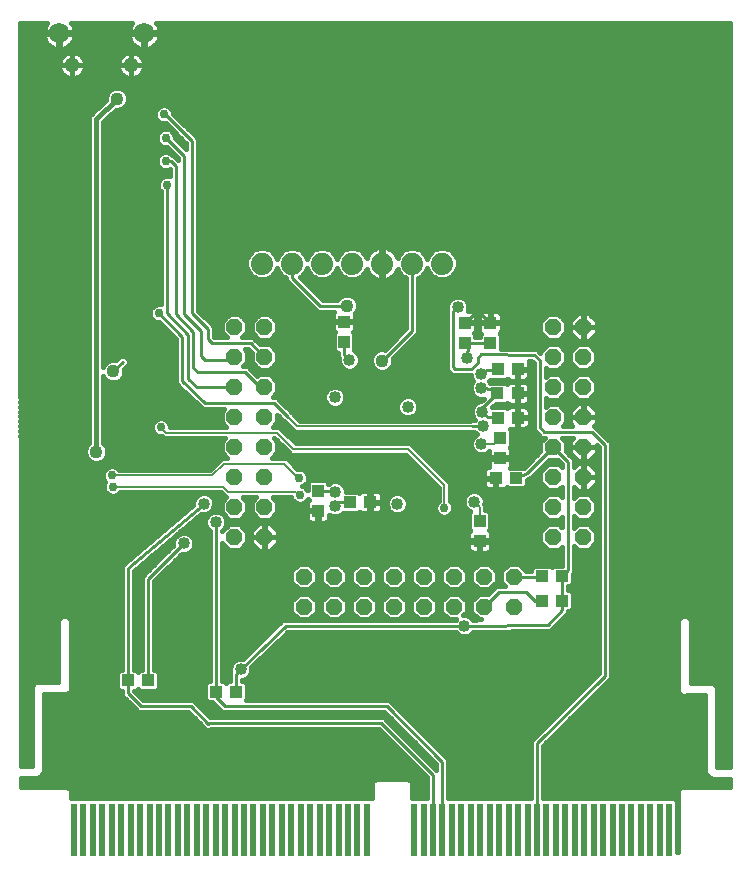
<source format=gbl>
G75*
%MOIN*%
%OFA0B0*%
%FSLAX25Y25*%
%IPPOS*%
%LPD*%
%AMOC8*
5,1,8,0,0,1.08239X$1,22.5*
%
%ADD10R,0.04331X0.03937*%
%ADD11R,0.03937X0.04331*%
%ADD12C,0.05150*%
%ADD13C,0.06791*%
%ADD14OC8,0.05600*%
%ADD15R,0.02362X0.17717*%
%ADD16C,0.07400*%
%ADD17C,0.04000*%
%ADD18C,0.01600*%
%ADD19C,0.01000*%
%ADD20C,0.04362*%
%ADD21C,0.00800*%
%ADD22C,0.03000*%
D10*
X0040509Y0064192D03*
X0047202Y0064192D03*
X0069705Y0060426D03*
X0076398Y0060426D03*
X0114410Y0123567D03*
X0121103Y0123567D03*
X0163053Y0131597D03*
X0169746Y0131597D03*
X0170294Y0151776D03*
X0163601Y0151776D03*
X0163567Y0159829D03*
X0163591Y0167878D03*
X0170283Y0167878D03*
X0170260Y0159829D03*
X0178419Y0098942D03*
X0185112Y0098942D03*
X0185072Y0090662D03*
X0178379Y0090662D03*
D11*
X0157676Y0110638D03*
X0157676Y0117331D03*
X0164477Y0138302D03*
X0164477Y0144995D03*
X0161161Y0176649D03*
X0161161Y0183342D03*
X0152710Y0183355D03*
X0152710Y0176662D03*
X0112418Y0177090D03*
X0112418Y0183783D03*
X0103742Y0127381D03*
X0103742Y0120688D03*
D12*
X0041499Y0269190D03*
X0021814Y0269190D03*
D13*
X0017493Y0279820D03*
X0045820Y0279820D03*
D14*
X0075893Y0181936D03*
X0075893Y0171936D03*
X0075893Y0161936D03*
X0075893Y0151936D03*
X0075893Y0141936D03*
X0075893Y0131936D03*
X0075893Y0121936D03*
X0075893Y0111936D03*
X0085893Y0111936D03*
X0085893Y0121936D03*
X0085893Y0131936D03*
X0085893Y0141936D03*
X0085893Y0151936D03*
X0085893Y0161936D03*
X0085893Y0171936D03*
X0085893Y0181936D03*
X0099043Y0098786D03*
X0109043Y0098786D03*
X0109043Y0088786D03*
X0099043Y0088786D03*
X0119043Y0088786D03*
X0129043Y0088786D03*
X0139043Y0088786D03*
X0149043Y0088786D03*
X0159043Y0088786D03*
X0169043Y0088786D03*
X0169043Y0098786D03*
X0159043Y0098786D03*
X0149043Y0098786D03*
X0139043Y0098786D03*
X0129043Y0098786D03*
X0119043Y0098786D03*
X0182192Y0111936D03*
X0182192Y0121936D03*
X0192192Y0121936D03*
X0192192Y0111936D03*
X0192192Y0131936D03*
X0182192Y0131936D03*
X0182192Y0141936D03*
X0192192Y0141936D03*
X0192192Y0151936D03*
X0182192Y0151936D03*
X0182192Y0161936D03*
X0192192Y0161936D03*
X0192192Y0171936D03*
X0182192Y0171936D03*
X0182192Y0181936D03*
X0192192Y0181936D03*
D15*
X0022408Y0014449D03*
X0025558Y0014449D03*
X0028707Y0014449D03*
X0031857Y0014449D03*
X0035007Y0014449D03*
X0038156Y0014449D03*
X0041306Y0014449D03*
X0044455Y0014449D03*
X0047605Y0014449D03*
X0050755Y0014449D03*
X0053904Y0014449D03*
X0057054Y0014449D03*
X0060203Y0014449D03*
X0063353Y0014449D03*
X0066503Y0014449D03*
X0069652Y0014449D03*
X0072802Y0014449D03*
X0075951Y0014449D03*
X0079101Y0014449D03*
X0082251Y0014449D03*
X0085400Y0014449D03*
X0088550Y0014449D03*
X0091699Y0014449D03*
X0094849Y0014449D03*
X0097999Y0014449D03*
X0101148Y0014449D03*
X0104298Y0014449D03*
X0107447Y0014449D03*
X0110597Y0014449D03*
X0113747Y0014449D03*
X0116896Y0014449D03*
X0120046Y0014449D03*
X0135794Y0014449D03*
X0138944Y0014449D03*
X0142093Y0014449D03*
X0145243Y0014449D03*
X0148392Y0014449D03*
X0151542Y0014449D03*
X0154692Y0014449D03*
X0157841Y0014449D03*
X0160991Y0014449D03*
X0164140Y0014449D03*
X0167290Y0014449D03*
X0170440Y0014449D03*
X0173589Y0014449D03*
X0176739Y0014449D03*
X0179888Y0014449D03*
X0183038Y0014449D03*
X0186188Y0014449D03*
X0189337Y0014449D03*
X0192487Y0014449D03*
X0195636Y0014449D03*
X0198786Y0014449D03*
X0201936Y0014449D03*
X0205085Y0014449D03*
X0208235Y0014449D03*
X0211384Y0014449D03*
X0214534Y0014449D03*
X0217684Y0014449D03*
X0220833Y0014449D03*
D16*
X0145100Y0203118D03*
X0135100Y0203118D03*
X0125100Y0203118D03*
X0115100Y0203118D03*
X0105100Y0203118D03*
X0095100Y0203118D03*
X0085100Y0203118D03*
D17*
X0114254Y0170956D03*
X0109395Y0158545D03*
X0133675Y0155310D03*
X0153185Y0157689D03*
X0158152Y0161515D03*
X0158180Y0166219D03*
X0153516Y0171478D03*
X0155682Y0188439D03*
X0150335Y0188545D03*
X0158479Y0153699D03*
X0158857Y0148891D03*
X0158241Y0143009D03*
X0155772Y0123775D03*
X0166711Y0116665D03*
X0152570Y0082412D03*
X0156330Y0079078D03*
X0171626Y0069127D03*
X0130185Y0123074D03*
X0109288Y0122333D03*
X0109476Y0127041D03*
X0069732Y0116844D03*
X0065679Y0123118D03*
X0058968Y0109814D03*
X0077991Y0067861D03*
X0110338Y0071563D03*
X0060537Y0154884D03*
D18*
X0062825Y0156964D02*
X0032156Y0156964D01*
X0032156Y0155366D02*
X0064473Y0155366D01*
X0064654Y0155191D02*
X0065229Y0154616D01*
X0065246Y0154616D01*
X0065259Y0154604D01*
X0066072Y0154616D01*
X0072492Y0154616D01*
X0071593Y0153717D01*
X0071593Y0150155D01*
X0073074Y0148674D01*
X0054363Y0148674D01*
X0054363Y0149113D01*
X0053906Y0150215D01*
X0053062Y0151059D01*
X0051960Y0151516D01*
X0050766Y0151516D01*
X0049664Y0151059D01*
X0048820Y0150215D01*
X0048363Y0149113D01*
X0048363Y0147919D01*
X0048820Y0146817D01*
X0049664Y0145973D01*
X0050766Y0145516D01*
X0051676Y0145516D01*
X0052318Y0144874D01*
X0072750Y0144874D01*
X0071593Y0143717D01*
X0071593Y0140155D01*
X0073415Y0138333D01*
X0072533Y0138333D01*
X0071752Y0138336D01*
X0071748Y0138333D01*
X0071743Y0138333D01*
X0071190Y0137779D01*
X0067761Y0134381D01*
X0063628Y0134381D01*
X0063615Y0134394D01*
X0062929Y0134394D01*
X0062247Y0134466D01*
X0062157Y0134394D01*
X0037359Y0134394D01*
X0036716Y0135037D01*
X0035613Y0135494D01*
X0034419Y0135494D01*
X0033317Y0135037D01*
X0032473Y0134193D01*
X0032016Y0133090D01*
X0032016Y0131897D01*
X0032473Y0130794D01*
X0032827Y0130440D01*
X0032783Y0130395D01*
X0032326Y0129293D01*
X0032326Y0128099D01*
X0032783Y0126996D01*
X0033627Y0126153D01*
X0034730Y0125696D01*
X0035923Y0125696D01*
X0037026Y0126153D01*
X0037669Y0126796D01*
X0071448Y0126796D01*
X0071980Y0126264D01*
X0071980Y0126264D01*
X0073060Y0125184D01*
X0071593Y0123717D01*
X0071593Y0120155D01*
X0074112Y0117636D01*
X0077674Y0117636D01*
X0080193Y0120155D01*
X0080193Y0123717D01*
X0078760Y0125151D01*
X0083027Y0125151D01*
X0081593Y0123717D01*
X0081593Y0120155D01*
X0084112Y0117636D01*
X0087674Y0117636D01*
X0090193Y0120155D01*
X0090193Y0123717D01*
X0088760Y0125151D01*
X0094821Y0125151D01*
X0095153Y0124348D01*
X0095997Y0123504D01*
X0097100Y0123047D01*
X0098293Y0123047D01*
X0099396Y0123504D01*
X0100240Y0124348D01*
X0100322Y0124545D01*
X0100621Y0124247D01*
X0100333Y0123959D01*
X0100096Y0123548D01*
X0099973Y0123090D01*
X0099973Y0120872D01*
X0103557Y0120872D01*
X0103557Y0120504D01*
X0099973Y0120504D01*
X0099973Y0118286D01*
X0100096Y0117828D01*
X0100333Y0117417D01*
X0100668Y0117082D01*
X0101078Y0116845D01*
X0101536Y0116723D01*
X0103557Y0116723D01*
X0103557Y0120504D01*
X0103926Y0120504D01*
X0103926Y0116723D01*
X0105947Y0116723D01*
X0106405Y0116845D01*
X0106815Y0117082D01*
X0107150Y0117417D01*
X0107387Y0117828D01*
X0107510Y0118286D01*
X0107510Y0119281D01*
X0108592Y0118833D01*
X0109985Y0118833D01*
X0111271Y0119366D01*
X0112004Y0120098D01*
X0117196Y0120098D01*
X0117544Y0120446D01*
X0117832Y0120158D01*
X0118243Y0119921D01*
X0118700Y0119798D01*
X0120918Y0119798D01*
X0120918Y0123383D01*
X0121287Y0123383D01*
X0121287Y0123751D01*
X0125068Y0123751D01*
X0125068Y0125772D01*
X0124945Y0126230D01*
X0124708Y0126641D01*
X0124373Y0126976D01*
X0123963Y0127213D01*
X0123505Y0127335D01*
X0121287Y0127335D01*
X0121287Y0123751D01*
X0120918Y0123751D01*
X0120918Y0127335D01*
X0118700Y0127335D01*
X0118243Y0127213D01*
X0117832Y0126976D01*
X0117544Y0126688D01*
X0117196Y0127035D01*
X0112975Y0127035D01*
X0112975Y0127737D01*
X0112443Y0129024D01*
X0111458Y0130008D01*
X0110172Y0130541D01*
X0108779Y0130541D01*
X0107493Y0130008D01*
X0107210Y0129726D01*
X0107210Y0130168D01*
X0106331Y0131046D01*
X0101152Y0131046D01*
X0100273Y0130168D01*
X0100273Y0127666D01*
X0100240Y0127746D01*
X0099396Y0128590D01*
X0098573Y0128931D01*
X0099127Y0129161D01*
X0099971Y0130005D01*
X0100428Y0131108D01*
X0100428Y0132301D01*
X0099971Y0133404D01*
X0099127Y0134248D01*
X0098025Y0134704D01*
X0096875Y0134704D01*
X0094485Y0137197D01*
X0094485Y0137220D01*
X0093942Y0137762D01*
X0093411Y0138316D01*
X0093388Y0138316D01*
X0093372Y0138333D01*
X0092604Y0138333D01*
X0091837Y0138349D01*
X0091821Y0138333D01*
X0088371Y0138333D01*
X0090193Y0140155D01*
X0090193Y0143717D01*
X0089036Y0144874D01*
X0089238Y0144874D01*
X0093633Y0140479D01*
X0094746Y0139366D01*
X0132969Y0139366D01*
X0143930Y0128405D01*
X0143930Y0124080D01*
X0143286Y0123437D01*
X0142830Y0122334D01*
X0142830Y0121141D01*
X0143286Y0120038D01*
X0144130Y0119194D01*
X0145233Y0118738D01*
X0146426Y0118738D01*
X0147529Y0119194D01*
X0148373Y0120038D01*
X0148830Y0121141D01*
X0148830Y0122334D01*
X0148373Y0123437D01*
X0147730Y0124080D01*
X0147730Y0129979D01*
X0146957Y0130752D01*
X0146957Y0130752D01*
X0134543Y0143166D01*
X0096320Y0143166D01*
X0090812Y0148674D01*
X0088712Y0148674D01*
X0090193Y0150155D01*
X0090193Y0152748D01*
X0092853Y0150088D01*
X0092995Y0150088D01*
X0094979Y0148104D01*
X0096092Y0146991D01*
X0154283Y0146991D01*
X0154383Y0146891D01*
X0155907Y0146891D01*
X0156657Y0146141D01*
X0156259Y0145976D01*
X0155274Y0144991D01*
X0154741Y0143705D01*
X0154741Y0142313D01*
X0155274Y0141026D01*
X0156259Y0140042D01*
X0157545Y0139509D01*
X0158937Y0139509D01*
X0160224Y0140042D01*
X0160708Y0140526D01*
X0160708Y0138486D01*
X0164293Y0138486D01*
X0164293Y0138118D01*
X0160708Y0138118D01*
X0160708Y0135900D01*
X0160831Y0135442D01*
X0160875Y0135365D01*
X0160651Y0135365D01*
X0160193Y0135243D01*
X0159783Y0135006D01*
X0159447Y0134670D01*
X0159210Y0134260D01*
X0159088Y0133802D01*
X0159088Y0131781D01*
X0162869Y0131781D01*
X0162869Y0131412D01*
X0163237Y0131412D01*
X0163237Y0127828D01*
X0165455Y0127828D01*
X0165913Y0127951D01*
X0166324Y0128188D01*
X0166612Y0128476D01*
X0166959Y0128128D01*
X0172533Y0128128D01*
X0173411Y0129007D01*
X0173411Y0130982D01*
X0173819Y0131155D01*
X0174240Y0131155D01*
X0174551Y0131467D01*
X0174956Y0131639D01*
X0175114Y0132029D01*
X0180721Y0137636D01*
X0183664Y0137636D01*
X0185066Y0136234D01*
X0185066Y0135144D01*
X0183973Y0136236D01*
X0180411Y0136236D01*
X0177892Y0133717D01*
X0177892Y0130155D01*
X0180411Y0127636D01*
X0183973Y0127636D01*
X0185066Y0128729D01*
X0185066Y0125144D01*
X0183973Y0126236D01*
X0180411Y0126236D01*
X0177892Y0123717D01*
X0177892Y0120155D01*
X0180411Y0117636D01*
X0183973Y0117636D01*
X0185066Y0118729D01*
X0185066Y0115144D01*
X0183973Y0116236D01*
X0180411Y0116236D01*
X0177892Y0113717D01*
X0177892Y0110155D01*
X0180411Y0107636D01*
X0183973Y0107636D01*
X0185066Y0108729D01*
X0185066Y0102410D01*
X0182325Y0102410D01*
X0181765Y0101850D01*
X0181206Y0102410D01*
X0175632Y0102410D01*
X0174754Y0101531D01*
X0174754Y0100786D01*
X0173124Y0100786D01*
X0170824Y0103086D01*
X0167262Y0103086D01*
X0164743Y0100568D01*
X0164743Y0097005D01*
X0165984Y0095764D01*
X0163192Y0095764D01*
X0160514Y0093086D01*
X0157262Y0093086D01*
X0154743Y0090568D01*
X0154743Y0087005D01*
X0157262Y0084486D01*
X0158123Y0084486D01*
X0155481Y0084451D01*
X0154553Y0085379D01*
X0153267Y0085912D01*
X0152249Y0085912D01*
X0153343Y0087005D01*
X0153343Y0090568D01*
X0150824Y0093086D01*
X0147262Y0093086D01*
X0144743Y0090568D01*
X0144743Y0087005D01*
X0147262Y0084486D01*
X0149695Y0084486D01*
X0149621Y0084412D01*
X0092944Y0084412D01*
X0092129Y0084423D01*
X0092118Y0084412D01*
X0092103Y0084412D01*
X0091526Y0083835D01*
X0078709Y0071352D01*
X0078688Y0071361D01*
X0077295Y0071361D01*
X0076009Y0070828D01*
X0075024Y0069844D01*
X0074491Y0068557D01*
X0074491Y0067190D01*
X0074398Y0067096D01*
X0074398Y0063895D01*
X0073611Y0063895D01*
X0073052Y0063335D01*
X0072492Y0063895D01*
X0071705Y0063895D01*
X0071705Y0110043D01*
X0074112Y0107636D01*
X0077674Y0107636D01*
X0080193Y0110155D01*
X0080193Y0113717D01*
X0077674Y0116236D01*
X0074112Y0116236D01*
X0071705Y0113829D01*
X0071705Y0113873D01*
X0071715Y0113877D01*
X0072699Y0114862D01*
X0073232Y0116148D01*
X0073232Y0117540D01*
X0072699Y0118827D01*
X0071715Y0119811D01*
X0070428Y0120344D01*
X0069036Y0120344D01*
X0067749Y0119811D01*
X0066765Y0118827D01*
X0066232Y0117540D01*
X0066232Y0116148D01*
X0066765Y0114862D01*
X0067705Y0113921D01*
X0067705Y0063895D01*
X0066918Y0063895D01*
X0066040Y0063016D01*
X0066040Y0057837D01*
X0066918Y0056958D01*
X0068387Y0056958D01*
X0070636Y0054709D01*
X0071807Y0053538D01*
X0125866Y0053538D01*
X0143215Y0036188D01*
X0143215Y0034406D01*
X0126852Y0050769D01*
X0125680Y0051941D01*
X0067876Y0051941D01*
X0062151Y0057666D01*
X0045504Y0057666D01*
X0042509Y0060660D01*
X0042509Y0060723D01*
X0043296Y0060723D01*
X0043856Y0061283D01*
X0044416Y0060723D01*
X0049989Y0060723D01*
X0050868Y0061602D01*
X0050868Y0066781D01*
X0049989Y0067660D01*
X0049202Y0067660D01*
X0049202Y0097220D01*
X0058296Y0106314D01*
X0059664Y0106314D01*
X0060950Y0106847D01*
X0061935Y0107831D01*
X0062468Y0109118D01*
X0062468Y0110510D01*
X0061935Y0111797D01*
X0060950Y0112781D01*
X0059664Y0113314D01*
X0058272Y0113314D01*
X0056985Y0112781D01*
X0056001Y0111797D01*
X0055468Y0110510D01*
X0055468Y0109142D01*
X0045202Y0098877D01*
X0045202Y0067660D01*
X0044416Y0067660D01*
X0043856Y0067100D01*
X0043296Y0067660D01*
X0042501Y0067660D01*
X0042425Y0100608D01*
X0064767Y0119707D01*
X0064983Y0119618D01*
X0066375Y0119618D01*
X0067661Y0120151D01*
X0068646Y0121135D01*
X0069179Y0122422D01*
X0069179Y0123814D01*
X0068646Y0125100D01*
X0067661Y0126085D01*
X0066375Y0126618D01*
X0064983Y0126618D01*
X0063696Y0126085D01*
X0062712Y0125100D01*
X0062179Y0123814D01*
X0062179Y0122757D01*
X0039682Y0103525D01*
X0039590Y0103525D01*
X0039062Y0102995D01*
X0038493Y0102509D01*
X0038486Y0102417D01*
X0038421Y0102351D01*
X0038422Y0101603D01*
X0038364Y0100857D01*
X0038424Y0100787D01*
X0038501Y0067660D01*
X0037723Y0067660D01*
X0036844Y0066781D01*
X0036844Y0061602D01*
X0037723Y0060723D01*
X0038509Y0060723D01*
X0038509Y0059004D01*
X0042675Y0054838D01*
X0043847Y0053666D01*
X0060494Y0053666D01*
X0065210Y0048950D01*
X0065210Y0048950D01*
X0066382Y0047778D01*
X0068039Y0047778D01*
X0068202Y0047941D01*
X0124023Y0047941D01*
X0140093Y0031871D01*
X0140093Y0024807D01*
X0135088Y0024807D01*
X0135088Y0030259D01*
X0133887Y0031459D01*
X0122937Y0031459D01*
X0121736Y0030259D01*
X0121736Y0024807D01*
X0021308Y0024807D01*
X0021308Y0027542D01*
X0020108Y0028743D01*
X0004654Y0028743D01*
X0004652Y0031493D01*
X0010265Y0031493D01*
X0010511Y0031740D01*
X0011584Y0032359D01*
X0011584Y0032359D01*
X0012450Y0033859D01*
X0012450Y0059525D01*
X0020108Y0059525D01*
X0021308Y0060726D01*
X0021308Y0084589D01*
X0020108Y0085790D01*
X0018409Y0085790D01*
X0017209Y0084589D01*
X0017209Y0063625D01*
X0009551Y0063625D01*
X0008350Y0062424D01*
X0008350Y0035593D01*
X0004650Y0035593D01*
X0004510Y0283260D01*
X0013581Y0283256D01*
X0013530Y0283205D01*
X0013050Y0282543D01*
X0012678Y0281815D01*
X0012426Y0281037D01*
X0012298Y0280229D01*
X0012298Y0280152D01*
X0017161Y0280152D01*
X0017161Y0279488D01*
X0012298Y0279488D01*
X0012298Y0279411D01*
X0012426Y0278603D01*
X0012678Y0277826D01*
X0013050Y0277097D01*
X0013530Y0276435D01*
X0014109Y0275857D01*
X0014770Y0275376D01*
X0015499Y0275005D01*
X0016277Y0274752D01*
X0017084Y0274624D01*
X0017161Y0274624D01*
X0017161Y0279488D01*
X0017825Y0279488D01*
X0017825Y0274624D01*
X0017902Y0274624D01*
X0018710Y0274752D01*
X0019488Y0275005D01*
X0020216Y0275376D01*
X0020878Y0275857D01*
X0021456Y0276435D01*
X0021937Y0277097D01*
X0022308Y0277826D01*
X0022561Y0278603D01*
X0022689Y0279411D01*
X0022689Y0279488D01*
X0017825Y0279488D01*
X0017825Y0280152D01*
X0022689Y0280152D01*
X0022689Y0280229D01*
X0022561Y0281037D01*
X0022308Y0281815D01*
X0021937Y0282543D01*
X0021456Y0283205D01*
X0021409Y0283252D01*
X0041895Y0283242D01*
X0041857Y0283205D01*
X0041376Y0282543D01*
X0041005Y0281815D01*
X0040752Y0281037D01*
X0040624Y0280229D01*
X0040624Y0280152D01*
X0045488Y0280152D01*
X0045488Y0279488D01*
X0046152Y0279488D01*
X0046152Y0274624D01*
X0046229Y0274624D01*
X0047037Y0274752D01*
X0047814Y0275005D01*
X0048543Y0275376D01*
X0049205Y0275857D01*
X0049783Y0276435D01*
X0050264Y0277097D01*
X0050635Y0277826D01*
X0050888Y0278603D01*
X0051016Y0279411D01*
X0051016Y0279488D01*
X0046152Y0279488D01*
X0046152Y0280152D01*
X0051016Y0280152D01*
X0051016Y0280229D01*
X0050888Y0281037D01*
X0050635Y0281815D01*
X0050264Y0282543D01*
X0049783Y0283205D01*
X0049749Y0283239D01*
X0240964Y0283147D01*
X0241019Y0035396D01*
X0236860Y0035396D01*
X0236860Y0062030D01*
X0235659Y0063231D01*
X0228001Y0063231D01*
X0228001Y0084589D01*
X0226801Y0085790D01*
X0225102Y0085790D01*
X0223901Y0084589D01*
X0223901Y0060253D01*
X0225102Y0059052D01*
X0226801Y0059052D01*
X0226879Y0059131D01*
X0232760Y0059131D01*
X0232760Y0033560D01*
X0232898Y0033422D01*
X0233625Y0032162D01*
X0233625Y0032162D01*
X0233625Y0032162D01*
X0235125Y0031296D01*
X0241020Y0031296D01*
X0241021Y0028743D01*
X0224905Y0028743D01*
X0223705Y0027542D01*
X0223705Y0007050D01*
X0223514Y0007050D01*
X0223514Y0023928D01*
X0222636Y0024807D01*
X0178739Y0024807D01*
X0178739Y0042309D01*
X0201320Y0064891D01*
X0201320Y0143614D01*
X0200149Y0144786D01*
X0195848Y0149087D01*
X0196792Y0150031D01*
X0196792Y0151836D01*
X0192292Y0151836D01*
X0192292Y0152036D01*
X0192092Y0152036D01*
X0192092Y0151836D01*
X0187592Y0151836D01*
X0187592Y0150031D01*
X0188506Y0149117D01*
X0185455Y0149117D01*
X0186492Y0150155D01*
X0186492Y0153717D01*
X0183973Y0156236D01*
X0180411Y0156236D01*
X0179622Y0155447D01*
X0179622Y0158426D01*
X0180411Y0157636D01*
X0183973Y0157636D01*
X0186492Y0160155D01*
X0186492Y0163717D01*
X0183973Y0166236D01*
X0180411Y0166236D01*
X0179622Y0165447D01*
X0179622Y0168426D01*
X0180411Y0167636D01*
X0183973Y0167636D01*
X0186492Y0170155D01*
X0186492Y0173717D01*
X0183973Y0176236D01*
X0180411Y0176236D01*
X0177892Y0173717D01*
X0177892Y0173410D01*
X0177156Y0174147D01*
X0176575Y0174732D01*
X0176571Y0174732D01*
X0176568Y0174734D01*
X0175741Y0174734D01*
X0164629Y0174773D01*
X0164629Y0179436D01*
X0164282Y0179784D01*
X0164570Y0180072D01*
X0164807Y0180482D01*
X0164929Y0180940D01*
X0164929Y0183158D01*
X0161345Y0183158D01*
X0161345Y0183526D01*
X0164929Y0183526D01*
X0164929Y0185744D01*
X0164807Y0186202D01*
X0164570Y0186613D01*
X0164235Y0186948D01*
X0163824Y0187185D01*
X0163366Y0187308D01*
X0161345Y0187308D01*
X0161345Y0183526D01*
X0160977Y0183526D01*
X0160977Y0183158D01*
X0157392Y0183158D01*
X0157392Y0180940D01*
X0157515Y0180482D01*
X0157752Y0180072D01*
X0158040Y0179784D01*
X0157692Y0179436D01*
X0157692Y0178638D01*
X0156178Y0178646D01*
X0156178Y0179449D01*
X0155831Y0179796D01*
X0156119Y0180084D01*
X0156356Y0180495D01*
X0156478Y0180952D01*
X0156478Y0183170D01*
X0152894Y0183170D01*
X0152894Y0183539D01*
X0156478Y0183539D01*
X0156478Y0185757D01*
X0156356Y0186215D01*
X0156119Y0186625D01*
X0155784Y0186960D01*
X0155373Y0187197D01*
X0154915Y0187320D01*
X0153616Y0187320D01*
X0153835Y0187849D01*
X0153835Y0189241D01*
X0153302Y0190527D01*
X0152317Y0191512D01*
X0151031Y0192045D01*
X0149638Y0192045D01*
X0148352Y0191512D01*
X0147367Y0190527D01*
X0146835Y0189241D01*
X0146835Y0188298D01*
X0146765Y0188240D01*
X0146754Y0188128D01*
X0146674Y0188049D01*
X0146674Y0187318D01*
X0146603Y0186591D01*
X0146674Y0186504D01*
X0146674Y0167781D01*
X0147920Y0166535D01*
X0148450Y0165957D01*
X0148501Y0165954D01*
X0148538Y0165918D01*
X0149322Y0165918D01*
X0150288Y0165875D01*
X0150325Y0165839D01*
X0151109Y0165839D01*
X0151892Y0165804D01*
X0151930Y0165839D01*
X0153026Y0165839D01*
X0153042Y0165823D01*
X0153826Y0165823D01*
X0154608Y0165788D01*
X0154647Y0165823D01*
X0154680Y0165823D01*
X0154680Y0165523D01*
X0155213Y0164237D01*
X0155568Y0163882D01*
X0155184Y0163498D01*
X0154652Y0162211D01*
X0154652Y0160819D01*
X0155184Y0159532D01*
X0156169Y0158548D01*
X0157455Y0158015D01*
X0158848Y0158015D01*
X0158978Y0158069D01*
X0158108Y0157199D01*
X0157783Y0157199D01*
X0156497Y0156666D01*
X0155512Y0155681D01*
X0154979Y0154395D01*
X0154979Y0153002D01*
X0155512Y0151716D01*
X0156122Y0151106D01*
X0155921Y0150905D01*
X0154370Y0150905D01*
X0154256Y0150791D01*
X0097666Y0150791D01*
X0095682Y0152775D01*
X0095682Y0152916D01*
X0091154Y0157444D01*
X0089982Y0158616D01*
X0088654Y0158616D01*
X0090193Y0160155D01*
X0090193Y0163717D01*
X0087674Y0166236D01*
X0084112Y0166236D01*
X0083499Y0165623D01*
X0081488Y0167634D01*
X0080317Y0168806D01*
X0078844Y0168806D01*
X0080193Y0170155D01*
X0080193Y0173717D01*
X0079442Y0174468D01*
X0080533Y0174468D01*
X0081593Y0173408D01*
X0081593Y0170155D01*
X0084112Y0167636D01*
X0087674Y0167636D01*
X0090193Y0170155D01*
X0090193Y0173717D01*
X0087674Y0176236D01*
X0084421Y0176236D01*
X0082190Y0178468D01*
X0078506Y0178468D01*
X0080193Y0180155D01*
X0080193Y0183717D01*
X0077674Y0186236D01*
X0074112Y0186236D01*
X0071593Y0183717D01*
X0071593Y0180155D01*
X0073280Y0178468D01*
X0069322Y0178468D01*
X0069115Y0178675D01*
X0069115Y0182014D01*
X0067944Y0183186D01*
X0063818Y0187311D01*
X0063818Y0244724D01*
X0062647Y0245896D01*
X0062647Y0245896D01*
X0055458Y0253085D01*
X0055458Y0253420D01*
X0055001Y0254523D01*
X0054158Y0255367D01*
X0053055Y0255823D01*
X0051861Y0255823D01*
X0050759Y0255367D01*
X0049915Y0254523D01*
X0049458Y0253420D01*
X0049458Y0252227D01*
X0049915Y0251124D01*
X0050759Y0250280D01*
X0051861Y0249823D01*
X0053055Y0249823D01*
X0053060Y0249826D01*
X0059818Y0243068D01*
X0059818Y0241185D01*
X0056006Y0244998D01*
X0056006Y0245560D01*
X0055549Y0246663D01*
X0054705Y0247506D01*
X0053603Y0247963D01*
X0052409Y0247963D01*
X0051307Y0247506D01*
X0050463Y0246663D01*
X0050006Y0245560D01*
X0050006Y0244366D01*
X0050463Y0243264D01*
X0051307Y0242420D01*
X0052409Y0241963D01*
X0053384Y0241963D01*
X0057067Y0238280D01*
X0057067Y0237735D01*
X0056835Y0237966D01*
X0056814Y0237966D01*
X0055458Y0239322D01*
X0055218Y0239322D01*
X0054675Y0239865D01*
X0053572Y0240322D01*
X0052379Y0240322D01*
X0051276Y0239865D01*
X0050432Y0239021D01*
X0049975Y0237918D01*
X0049975Y0236725D01*
X0050432Y0235622D01*
X0051276Y0234778D01*
X0052379Y0234322D01*
X0053572Y0234322D01*
X0054420Y0234673D01*
X0054420Y0232221D01*
X0054015Y0232389D01*
X0052821Y0232389D01*
X0051719Y0231932D01*
X0050875Y0231089D01*
X0050418Y0229986D01*
X0050418Y0228792D01*
X0050875Y0227690D01*
X0051418Y0227147D01*
X0051418Y0189526D01*
X0051314Y0189569D01*
X0050121Y0189569D01*
X0049018Y0189112D01*
X0048174Y0188268D01*
X0047718Y0187166D01*
X0047718Y0185972D01*
X0048174Y0184869D01*
X0049018Y0184026D01*
X0050121Y0183569D01*
X0050842Y0183569D01*
X0056336Y0177909D01*
X0056336Y0164917D01*
X0056324Y0164904D01*
X0056336Y0164091D01*
X0056336Y0163278D01*
X0056349Y0163265D01*
X0056349Y0163248D01*
X0056933Y0162681D01*
X0057508Y0162106D01*
X0057525Y0162106D01*
X0064654Y0155191D01*
X0061178Y0158563D02*
X0032156Y0158563D01*
X0032156Y0160161D02*
X0059530Y0160161D01*
X0057882Y0161760D02*
X0032156Y0161760D01*
X0032156Y0163359D02*
X0056336Y0163359D01*
X0056336Y0164957D02*
X0038504Y0164957D01*
X0038645Y0165098D02*
X0039205Y0166451D01*
X0039205Y0167916D01*
X0039170Y0168001D01*
X0040697Y0169528D01*
X0040697Y0171185D01*
X0039526Y0172356D01*
X0037869Y0172356D01*
X0036342Y0170829D01*
X0036257Y0170864D01*
X0034792Y0170864D01*
X0033439Y0170304D01*
X0032404Y0169268D01*
X0032156Y0168670D01*
X0032156Y0250231D01*
X0036352Y0254427D01*
X0037513Y0254427D01*
X0038866Y0254988D01*
X0039901Y0256023D01*
X0040462Y0257376D01*
X0040462Y0258841D01*
X0039901Y0260194D01*
X0038866Y0261229D01*
X0037513Y0261790D01*
X0036048Y0261790D01*
X0034695Y0261229D01*
X0033660Y0260194D01*
X0033099Y0258841D01*
X0033099Y0257680D01*
X0027556Y0252137D01*
X0027556Y0143290D01*
X0026735Y0142469D01*
X0026175Y0141117D01*
X0026175Y0139652D01*
X0026735Y0138299D01*
X0027771Y0137264D01*
X0029124Y0136703D01*
X0030588Y0136703D01*
X0031941Y0137264D01*
X0032977Y0138299D01*
X0033537Y0139652D01*
X0033537Y0141117D01*
X0032977Y0142469D01*
X0032156Y0143290D01*
X0032156Y0165696D01*
X0032404Y0165098D01*
X0033439Y0164063D01*
X0034792Y0163502D01*
X0036257Y0163502D01*
X0037609Y0164063D01*
X0038645Y0165098D01*
X0039205Y0166556D02*
X0056336Y0166556D01*
X0056336Y0168154D02*
X0039323Y0168154D01*
X0040697Y0169753D02*
X0056336Y0169753D01*
X0056336Y0171351D02*
X0040531Y0171351D01*
X0036864Y0171351D02*
X0032156Y0171351D01*
X0032156Y0169753D02*
X0032888Y0169753D01*
X0032156Y0172950D02*
X0056336Y0172950D01*
X0056336Y0174548D02*
X0032156Y0174548D01*
X0032156Y0176147D02*
X0056336Y0176147D01*
X0056336Y0177745D02*
X0032156Y0177745D01*
X0032156Y0179344D02*
X0054943Y0179344D01*
X0053392Y0180942D02*
X0032156Y0180942D01*
X0032156Y0182541D02*
X0051840Y0182541D01*
X0048905Y0184139D02*
X0032156Y0184139D01*
X0032156Y0185738D02*
X0047815Y0185738D01*
X0047788Y0187336D02*
X0032156Y0187336D01*
X0032156Y0188935D02*
X0048841Y0188935D01*
X0051418Y0190533D02*
X0032156Y0190533D01*
X0032156Y0192132D02*
X0051418Y0192132D01*
X0051418Y0193730D02*
X0032156Y0193730D01*
X0032156Y0195329D02*
X0051418Y0195329D01*
X0051418Y0196927D02*
X0032156Y0196927D01*
X0032156Y0198526D02*
X0051418Y0198526D01*
X0051418Y0200124D02*
X0032156Y0200124D01*
X0032156Y0201723D02*
X0051418Y0201723D01*
X0051418Y0203321D02*
X0032156Y0203321D01*
X0032156Y0204920D02*
X0051418Y0204920D01*
X0051418Y0206518D02*
X0032156Y0206518D01*
X0032156Y0208117D02*
X0051418Y0208117D01*
X0051418Y0209715D02*
X0032156Y0209715D01*
X0032156Y0211314D02*
X0051418Y0211314D01*
X0051418Y0212912D02*
X0032156Y0212912D01*
X0032156Y0214511D02*
X0051418Y0214511D01*
X0051418Y0216109D02*
X0032156Y0216109D01*
X0032156Y0217708D02*
X0051418Y0217708D01*
X0051418Y0219306D02*
X0032156Y0219306D01*
X0032156Y0220905D02*
X0051418Y0220905D01*
X0051418Y0222503D02*
X0032156Y0222503D01*
X0032156Y0224102D02*
X0051418Y0224102D01*
X0051418Y0225700D02*
X0032156Y0225700D01*
X0032156Y0227299D02*
X0051265Y0227299D01*
X0050418Y0228897D02*
X0032156Y0228897D01*
X0032156Y0230496D02*
X0050629Y0230496D01*
X0052110Y0232095D02*
X0032156Y0232095D01*
X0032156Y0233693D02*
X0054420Y0233693D01*
X0050763Y0235292D02*
X0032156Y0235292D01*
X0032156Y0236890D02*
X0049975Y0236890D01*
X0050211Y0238489D02*
X0032156Y0238489D01*
X0032156Y0240087D02*
X0051812Y0240087D01*
X0054138Y0240087D02*
X0055260Y0240087D01*
X0056292Y0238489D02*
X0056858Y0238489D01*
X0059318Y0241686D02*
X0059818Y0241686D01*
X0059602Y0243284D02*
X0057720Y0243284D01*
X0058003Y0244883D02*
X0056121Y0244883D01*
X0056405Y0246481D02*
X0055625Y0246481D01*
X0054806Y0248080D02*
X0032156Y0248080D01*
X0032156Y0249678D02*
X0053208Y0249678D01*
X0049852Y0251277D02*
X0033201Y0251277D01*
X0034800Y0252875D02*
X0049458Y0252875D01*
X0049895Y0254474D02*
X0037624Y0254474D01*
X0039921Y0256072D02*
X0240970Y0256072D01*
X0240970Y0254474D02*
X0055022Y0254474D01*
X0055668Y0252875D02*
X0240971Y0252875D01*
X0240971Y0251277D02*
X0057266Y0251277D01*
X0058865Y0249678D02*
X0240971Y0249678D01*
X0240972Y0248080D02*
X0060463Y0248080D01*
X0062062Y0246481D02*
X0240972Y0246481D01*
X0240973Y0244883D02*
X0063660Y0244883D01*
X0063818Y0243284D02*
X0240973Y0243284D01*
X0240973Y0241686D02*
X0063818Y0241686D01*
X0063818Y0240087D02*
X0240974Y0240087D01*
X0240974Y0238489D02*
X0063818Y0238489D01*
X0063818Y0236890D02*
X0240974Y0236890D01*
X0240975Y0235292D02*
X0063818Y0235292D01*
X0063818Y0233693D02*
X0240975Y0233693D01*
X0240975Y0232095D02*
X0063818Y0232095D01*
X0063818Y0230496D02*
X0240976Y0230496D01*
X0240976Y0228897D02*
X0063818Y0228897D01*
X0063818Y0227299D02*
X0240976Y0227299D01*
X0240977Y0225700D02*
X0063818Y0225700D01*
X0063818Y0224102D02*
X0240977Y0224102D01*
X0240978Y0222503D02*
X0063818Y0222503D01*
X0063818Y0220905D02*
X0240978Y0220905D01*
X0240978Y0219306D02*
X0063818Y0219306D01*
X0063818Y0217708D02*
X0240979Y0217708D01*
X0240979Y0216109D02*
X0063818Y0216109D01*
X0063818Y0214511D02*
X0240979Y0214511D01*
X0240980Y0212912D02*
X0063818Y0212912D01*
X0063818Y0211314D02*
X0240980Y0211314D01*
X0240980Y0209715D02*
X0063818Y0209715D01*
X0063818Y0208117D02*
X0083580Y0208117D01*
X0084066Y0208318D02*
X0082154Y0207526D01*
X0080692Y0206063D01*
X0079900Y0204152D01*
X0079900Y0202083D01*
X0080692Y0200172D01*
X0082154Y0198709D01*
X0084066Y0197918D01*
X0086134Y0197918D01*
X0088046Y0198709D01*
X0089508Y0200172D01*
X0090100Y0201601D01*
X0090692Y0200172D01*
X0092154Y0198709D01*
X0093155Y0198295D01*
X0093155Y0197560D01*
X0094327Y0196388D01*
X0103646Y0187069D01*
X0109025Y0187069D01*
X0109010Y0187053D01*
X0108773Y0186643D01*
X0108650Y0186185D01*
X0108650Y0183967D01*
X0112234Y0183967D01*
X0112234Y0183598D01*
X0108650Y0183598D01*
X0108650Y0181380D01*
X0108773Y0180923D01*
X0109010Y0180512D01*
X0109298Y0180224D01*
X0108950Y0179876D01*
X0108950Y0174303D01*
X0109829Y0173424D01*
X0110418Y0173424D01*
X0110418Y0171963D01*
X0110754Y0171628D01*
X0110754Y0170260D01*
X0111287Y0168974D01*
X0112272Y0167989D01*
X0113558Y0167456D01*
X0114950Y0167456D01*
X0116237Y0167989D01*
X0117221Y0168974D01*
X0117754Y0170260D01*
X0117754Y0171652D01*
X0117221Y0172939D01*
X0116237Y0173923D01*
X0115721Y0174137D01*
X0115887Y0174303D01*
X0115887Y0179876D01*
X0115539Y0180224D01*
X0115827Y0180512D01*
X0116064Y0180923D01*
X0116187Y0181380D01*
X0116187Y0183598D01*
X0112603Y0183598D01*
X0112603Y0183967D01*
X0116187Y0183967D01*
X0116187Y0186185D01*
X0116090Y0186547D01*
X0116526Y0186984D01*
X0117086Y0188337D01*
X0117086Y0189801D01*
X0116526Y0191154D01*
X0115490Y0192189D01*
X0114138Y0192750D01*
X0112673Y0192750D01*
X0111320Y0192189D01*
X0110285Y0191154D01*
X0110249Y0191069D01*
X0105303Y0191069D01*
X0097774Y0198597D01*
X0098046Y0198709D01*
X0099508Y0200172D01*
X0100100Y0201601D01*
X0100692Y0200172D01*
X0102154Y0198709D01*
X0104066Y0197918D01*
X0106134Y0197918D01*
X0108046Y0198709D01*
X0109508Y0200172D01*
X0110100Y0201601D01*
X0110692Y0200172D01*
X0112154Y0198709D01*
X0114066Y0197918D01*
X0116134Y0197918D01*
X0118046Y0198709D01*
X0119508Y0200172D01*
X0119937Y0201208D01*
X0120003Y0201007D01*
X0120396Y0200235D01*
X0120905Y0199535D01*
X0121517Y0198923D01*
X0122217Y0198414D01*
X0122989Y0198021D01*
X0123812Y0197753D01*
X0124667Y0197618D01*
X0124900Y0197618D01*
X0124900Y0202918D01*
X0125300Y0202918D01*
X0125300Y0197618D01*
X0125533Y0197618D01*
X0126388Y0197753D01*
X0127211Y0198021D01*
X0127983Y0198414D01*
X0128683Y0198923D01*
X0129295Y0199535D01*
X0129804Y0200235D01*
X0130197Y0201007D01*
X0130263Y0201208D01*
X0130692Y0200172D01*
X0132154Y0198709D01*
X0133100Y0198318D01*
X0133100Y0181556D01*
X0125976Y0174432D01*
X0125891Y0174467D01*
X0124426Y0174467D01*
X0123073Y0173907D01*
X0122038Y0172871D01*
X0121477Y0171518D01*
X0121477Y0170054D01*
X0122038Y0168701D01*
X0123073Y0167665D01*
X0124426Y0167105D01*
X0125891Y0167105D01*
X0127244Y0167665D01*
X0128279Y0168701D01*
X0128839Y0170054D01*
X0128839Y0171518D01*
X0128804Y0171603D01*
X0137100Y0179899D01*
X0137100Y0198318D01*
X0138046Y0198709D01*
X0139508Y0200172D01*
X0140100Y0201601D01*
X0140692Y0200172D01*
X0142154Y0198709D01*
X0144066Y0197918D01*
X0146134Y0197918D01*
X0148046Y0198709D01*
X0149508Y0200172D01*
X0150300Y0202083D01*
X0150300Y0204152D01*
X0149508Y0206063D01*
X0148046Y0207526D01*
X0146134Y0208318D01*
X0144066Y0208318D01*
X0142154Y0207526D01*
X0140692Y0206063D01*
X0140100Y0204635D01*
X0139508Y0206063D01*
X0138046Y0207526D01*
X0136134Y0208318D01*
X0134066Y0208318D01*
X0132154Y0207526D01*
X0130692Y0206063D01*
X0130263Y0205027D01*
X0130197Y0205229D01*
X0129804Y0206000D01*
X0129295Y0206701D01*
X0128683Y0207313D01*
X0127983Y0207822D01*
X0127211Y0208215D01*
X0126388Y0208482D01*
X0125533Y0208618D01*
X0125300Y0208618D01*
X0125300Y0203318D01*
X0124900Y0203318D01*
X0124900Y0208618D01*
X0124667Y0208618D01*
X0123812Y0208482D01*
X0122989Y0208215D01*
X0122217Y0207822D01*
X0121517Y0207313D01*
X0120905Y0206701D01*
X0120396Y0206000D01*
X0120003Y0205229D01*
X0119937Y0205027D01*
X0119508Y0206063D01*
X0118046Y0207526D01*
X0116134Y0208318D01*
X0114066Y0208318D01*
X0112154Y0207526D01*
X0110692Y0206063D01*
X0110100Y0204635D01*
X0109508Y0206063D01*
X0108046Y0207526D01*
X0106134Y0208318D01*
X0104066Y0208318D01*
X0102154Y0207526D01*
X0100692Y0206063D01*
X0100100Y0204635D01*
X0099508Y0206063D01*
X0098046Y0207526D01*
X0096134Y0208318D01*
X0094066Y0208318D01*
X0092154Y0207526D01*
X0090692Y0206063D01*
X0090100Y0204635D01*
X0089508Y0206063D01*
X0088046Y0207526D01*
X0086134Y0208318D01*
X0084066Y0208318D01*
X0086620Y0208117D02*
X0093580Y0208117D01*
X0091147Y0206518D02*
X0089053Y0206518D01*
X0089982Y0204920D02*
X0090218Y0204920D01*
X0090740Y0200124D02*
X0089460Y0200124D01*
X0087602Y0198526D02*
X0092598Y0198526D01*
X0093788Y0196927D02*
X0063818Y0196927D01*
X0063818Y0195329D02*
X0095386Y0195329D01*
X0096985Y0193730D02*
X0063818Y0193730D01*
X0063818Y0192132D02*
X0098583Y0192132D01*
X0100182Y0190533D02*
X0063818Y0190533D01*
X0063818Y0188935D02*
X0101780Y0188935D01*
X0103379Y0187336D02*
X0063818Y0187336D01*
X0065392Y0185738D02*
X0073614Y0185738D01*
X0072015Y0184139D02*
X0066990Y0184139D01*
X0068589Y0182541D02*
X0071593Y0182541D01*
X0071593Y0180942D02*
X0069115Y0180942D01*
X0069115Y0179344D02*
X0072404Y0179344D01*
X0079382Y0179344D02*
X0082404Y0179344D01*
X0081593Y0180155D02*
X0084112Y0177636D01*
X0087674Y0177636D01*
X0090193Y0180155D01*
X0090193Y0183717D01*
X0087674Y0186236D01*
X0084112Y0186236D01*
X0081593Y0183717D01*
X0081593Y0180155D01*
X0081593Y0180942D02*
X0080193Y0180942D01*
X0080193Y0182541D02*
X0081593Y0182541D01*
X0082015Y0184139D02*
X0079771Y0184139D01*
X0078173Y0185738D02*
X0083614Y0185738D01*
X0088173Y0185738D02*
X0108650Y0185738D01*
X0108650Y0184139D02*
X0089771Y0184139D01*
X0090193Y0182541D02*
X0108650Y0182541D01*
X0108767Y0180942D02*
X0090193Y0180942D01*
X0089382Y0179344D02*
X0108950Y0179344D01*
X0108950Y0177745D02*
X0087783Y0177745D01*
X0087764Y0176147D02*
X0108950Y0176147D01*
X0108950Y0174548D02*
X0089362Y0174548D01*
X0090193Y0172950D02*
X0110418Y0172950D01*
X0110754Y0171351D02*
X0090193Y0171351D01*
X0089791Y0169753D02*
X0110964Y0169753D01*
X0112106Y0168154D02*
X0088192Y0168154D01*
X0088953Y0164957D02*
X0154915Y0164957D01*
X0155127Y0163359D02*
X0090193Y0163359D01*
X0090193Y0161760D02*
X0108010Y0161760D01*
X0107413Y0161513D02*
X0106428Y0160528D01*
X0105895Y0159242D01*
X0105895Y0157849D01*
X0106428Y0156563D01*
X0107413Y0155578D01*
X0108699Y0155045D01*
X0110092Y0155045D01*
X0111378Y0155578D01*
X0112363Y0156563D01*
X0112895Y0157849D01*
X0112895Y0159242D01*
X0112363Y0160528D01*
X0111378Y0161513D01*
X0110092Y0162045D01*
X0108699Y0162045D01*
X0107413Y0161513D01*
X0106277Y0160161D02*
X0090193Y0160161D01*
X0090035Y0158563D02*
X0105895Y0158563D01*
X0106262Y0156964D02*
X0091634Y0156964D01*
X0093232Y0155366D02*
X0107925Y0155366D01*
X0110866Y0155366D02*
X0130175Y0155366D01*
X0130175Y0156006D02*
X0130175Y0154613D01*
X0130708Y0153327D01*
X0131693Y0152342D01*
X0132979Y0151810D01*
X0134371Y0151810D01*
X0135658Y0152342D01*
X0136642Y0153327D01*
X0137175Y0154613D01*
X0137175Y0156006D01*
X0136642Y0157292D01*
X0135658Y0158277D01*
X0134371Y0158810D01*
X0132979Y0158810D01*
X0131693Y0158277D01*
X0130708Y0157292D01*
X0130175Y0156006D01*
X0130572Y0156964D02*
X0112529Y0156964D01*
X0112895Y0158563D02*
X0132384Y0158563D01*
X0134967Y0158563D02*
X0156154Y0158563D01*
X0157218Y0156964D02*
X0136778Y0156964D01*
X0137175Y0155366D02*
X0155382Y0155366D01*
X0154979Y0153767D02*
X0136825Y0153767D01*
X0135239Y0152169D02*
X0155325Y0152169D01*
X0156057Y0145775D02*
X0093711Y0145775D01*
X0092113Y0147373D02*
X0095709Y0147373D01*
X0094111Y0148972D02*
X0089010Y0148972D01*
X0090193Y0150570D02*
X0092371Y0150570D01*
X0090773Y0152169D02*
X0090193Y0152169D01*
X0094831Y0153767D02*
X0130526Y0153767D01*
X0132112Y0152169D02*
X0096288Y0152169D01*
X0095310Y0144176D02*
X0154936Y0144176D01*
X0154741Y0142578D02*
X0135131Y0142578D01*
X0136730Y0140979D02*
X0155321Y0140979D01*
X0160708Y0139381D02*
X0138328Y0139381D01*
X0139927Y0137782D02*
X0160708Y0137782D01*
X0160708Y0136184D02*
X0141525Y0136184D01*
X0143124Y0134585D02*
X0159398Y0134585D01*
X0159088Y0132987D02*
X0144722Y0132987D01*
X0146321Y0131388D02*
X0159088Y0131388D01*
X0159088Y0131412D02*
X0159088Y0129391D01*
X0159210Y0128933D01*
X0159447Y0128523D01*
X0159783Y0128188D01*
X0160193Y0127951D01*
X0160651Y0127828D01*
X0162869Y0127828D01*
X0162869Y0131412D01*
X0159088Y0131412D01*
X0159088Y0129790D02*
X0147730Y0129790D01*
X0147730Y0128191D02*
X0159779Y0128191D01*
X0157903Y0126593D02*
X0185066Y0126593D01*
X0185066Y0128191D02*
X0184529Y0128191D01*
X0189066Y0128191D02*
X0189432Y0128191D01*
X0189066Y0128557D02*
X0190287Y0127336D01*
X0192092Y0127336D01*
X0192092Y0131836D01*
X0192292Y0131836D01*
X0192292Y0127336D01*
X0194098Y0127336D01*
X0196792Y0130031D01*
X0196792Y0131836D01*
X0192292Y0131836D01*
X0192292Y0132036D01*
X0192092Y0132036D01*
X0192092Y0136536D01*
X0190287Y0136536D01*
X0189066Y0135315D01*
X0189066Y0137891D01*
X0186492Y0140464D01*
X0186492Y0143717D01*
X0185092Y0145117D01*
X0188868Y0145117D01*
X0187592Y0143841D01*
X0187592Y0142036D01*
X0192092Y0142036D01*
X0192092Y0141836D01*
X0187592Y0141836D01*
X0187592Y0140031D01*
X0190287Y0137336D01*
X0192092Y0137336D01*
X0192092Y0141836D01*
X0192292Y0141836D01*
X0192292Y0137336D01*
X0194098Y0137336D01*
X0196792Y0140031D01*
X0196792Y0141836D01*
X0192292Y0141836D01*
X0192292Y0142036D01*
X0196792Y0142036D01*
X0196792Y0142485D01*
X0197320Y0141957D01*
X0197320Y0066547D01*
X0174739Y0043966D01*
X0174739Y0024807D01*
X0171787Y0024807D01*
X0147215Y0024807D01*
X0147215Y0037845D01*
X0146044Y0039017D01*
X0127523Y0057538D01*
X0079764Y0057538D01*
X0080063Y0057837D01*
X0080063Y0063016D01*
X0079185Y0063895D01*
X0078398Y0063895D01*
X0078398Y0064361D01*
X0078688Y0064361D01*
X0079974Y0064894D01*
X0080959Y0065879D01*
X0081491Y0067165D01*
X0081491Y0068478D01*
X0093744Y0080412D01*
X0149621Y0080412D01*
X0150588Y0079445D01*
X0151874Y0078912D01*
X0153267Y0078912D01*
X0154553Y0079445D01*
X0155538Y0080429D01*
X0155547Y0080452D01*
X0180447Y0080785D01*
X0181262Y0080785D01*
X0181273Y0080796D01*
X0181289Y0080797D01*
X0181857Y0081381D01*
X0185940Y0085464D01*
X0187112Y0086635D01*
X0187112Y0087193D01*
X0187859Y0087193D01*
X0188737Y0088072D01*
X0188737Y0093252D01*
X0187859Y0094130D01*
X0187072Y0094130D01*
X0187072Y0095473D01*
X0187899Y0095473D01*
X0188777Y0096352D01*
X0188777Y0099779D01*
X0189066Y0100067D01*
X0189066Y0108981D01*
X0190411Y0107636D01*
X0193973Y0107636D01*
X0196492Y0110155D01*
X0196492Y0113717D01*
X0193973Y0116236D01*
X0190411Y0116236D01*
X0189066Y0114891D01*
X0189066Y0118981D01*
X0190411Y0117636D01*
X0193973Y0117636D01*
X0196492Y0120155D01*
X0196492Y0123717D01*
X0193973Y0126236D01*
X0190411Y0126236D01*
X0189066Y0124891D01*
X0189066Y0128557D01*
X0189066Y0126593D02*
X0197320Y0126593D01*
X0197320Y0128191D02*
X0194953Y0128191D01*
X0196551Y0129790D02*
X0197320Y0129790D01*
X0197320Y0131388D02*
X0196792Y0131388D01*
X0196792Y0132036D02*
X0196792Y0133841D01*
X0194098Y0136536D01*
X0192292Y0136536D01*
X0192292Y0132036D01*
X0196792Y0132036D01*
X0196792Y0132987D02*
X0197320Y0132987D01*
X0197320Y0134585D02*
X0196048Y0134585D01*
X0197320Y0136184D02*
X0194450Y0136184D01*
X0194544Y0137782D02*
X0197320Y0137782D01*
X0197320Y0139381D02*
X0196142Y0139381D01*
X0196792Y0140979D02*
X0197320Y0140979D01*
X0192292Y0140979D02*
X0192092Y0140979D01*
X0192092Y0139381D02*
X0192292Y0139381D01*
X0192292Y0137782D02*
X0192092Y0137782D01*
X0192092Y0136184D02*
X0192292Y0136184D01*
X0192292Y0134585D02*
X0192092Y0134585D01*
X0192092Y0132987D02*
X0192292Y0132987D01*
X0192292Y0131388D02*
X0192092Y0131388D01*
X0192092Y0129790D02*
X0192292Y0129790D01*
X0192292Y0128191D02*
X0192092Y0128191D01*
X0189169Y0124994D02*
X0189066Y0124994D01*
X0195215Y0124994D02*
X0197320Y0124994D01*
X0197320Y0123396D02*
X0196492Y0123396D01*
X0196492Y0121797D02*
X0197320Y0121797D01*
X0197320Y0120199D02*
X0196492Y0120199D01*
X0197320Y0118600D02*
X0194938Y0118600D01*
X0197320Y0117002D02*
X0189066Y0117002D01*
X0189066Y0118600D02*
X0189447Y0118600D01*
X0189578Y0115403D02*
X0189066Y0115403D01*
X0185066Y0115403D02*
X0184806Y0115403D01*
X0185066Y0117002D02*
X0161145Y0117002D01*
X0161145Y0118600D02*
X0179447Y0118600D01*
X0177892Y0120199D02*
X0161063Y0120199D01*
X0161145Y0120117D02*
X0160266Y0120996D01*
X0159576Y0120996D01*
X0159576Y0122657D01*
X0159237Y0122996D01*
X0159271Y0123079D01*
X0159271Y0124471D01*
X0158739Y0125757D01*
X0157754Y0126742D01*
X0156468Y0127275D01*
X0155075Y0127275D01*
X0153789Y0126742D01*
X0152804Y0125757D01*
X0152272Y0124471D01*
X0152272Y0123079D01*
X0152804Y0121792D01*
X0153789Y0120808D01*
X0154573Y0120483D01*
X0154208Y0120117D01*
X0154208Y0114544D01*
X0154556Y0114196D01*
X0154268Y0113908D01*
X0154031Y0113498D01*
X0153908Y0113040D01*
X0153908Y0110822D01*
X0157492Y0110822D01*
X0157492Y0110453D01*
X0157861Y0110453D01*
X0157861Y0106672D01*
X0159882Y0106672D01*
X0160340Y0106795D01*
X0160750Y0107032D01*
X0161085Y0107367D01*
X0161322Y0107778D01*
X0161445Y0108235D01*
X0161445Y0110453D01*
X0157861Y0110453D01*
X0157861Y0110822D01*
X0161445Y0110822D01*
X0161445Y0113040D01*
X0161322Y0113498D01*
X0161085Y0113908D01*
X0160797Y0114196D01*
X0161145Y0114544D01*
X0161145Y0120117D01*
X0159576Y0121797D02*
X0177892Y0121797D01*
X0177892Y0123396D02*
X0159271Y0123396D01*
X0159055Y0124994D02*
X0179169Y0124994D01*
X0179856Y0128191D02*
X0172596Y0128191D01*
X0173411Y0129790D02*
X0178257Y0129790D01*
X0177892Y0131388D02*
X0174473Y0131388D01*
X0176071Y0132987D02*
X0177892Y0132987D01*
X0177670Y0134585D02*
X0178760Y0134585D01*
X0179268Y0136184D02*
X0180359Y0136184D01*
X0184026Y0136184D02*
X0185066Y0136184D01*
X0189066Y0136184D02*
X0189935Y0136184D01*
X0189841Y0137782D02*
X0189066Y0137782D01*
X0188242Y0139381D02*
X0187576Y0139381D01*
X0187592Y0140979D02*
X0186492Y0140979D01*
X0186492Y0142578D02*
X0187592Y0142578D01*
X0187927Y0144176D02*
X0186033Y0144176D01*
X0186492Y0150570D02*
X0187592Y0150570D01*
X0187592Y0152036D02*
X0192092Y0152036D01*
X0192092Y0156536D01*
X0190287Y0156536D01*
X0187592Y0153841D01*
X0187592Y0152036D01*
X0187592Y0152169D02*
X0186492Y0152169D01*
X0186442Y0153767D02*
X0187592Y0153767D01*
X0189117Y0155366D02*
X0184844Y0155366D01*
X0184900Y0158563D02*
X0189484Y0158563D01*
X0190411Y0157636D02*
X0187892Y0160155D01*
X0187892Y0163717D01*
X0190411Y0166236D01*
X0193973Y0166236D01*
X0196492Y0163717D01*
X0196492Y0160155D01*
X0193973Y0157636D01*
X0190411Y0157636D01*
X0192292Y0156536D02*
X0192292Y0152036D01*
X0196792Y0152036D01*
X0196792Y0153841D01*
X0194098Y0156536D01*
X0192292Y0156536D01*
X0192292Y0155366D02*
X0192092Y0155366D01*
X0192092Y0153767D02*
X0192292Y0153767D01*
X0192292Y0152169D02*
X0192092Y0152169D01*
X0195268Y0155366D02*
X0240993Y0155366D01*
X0240992Y0156964D02*
X0179622Y0156964D01*
X0175622Y0156964D02*
X0173986Y0156964D01*
X0174102Y0157166D02*
X0173865Y0156756D01*
X0173530Y0156420D01*
X0173120Y0156183D01*
X0172662Y0156061D01*
X0170444Y0156061D01*
X0170444Y0159645D01*
X0170444Y0160014D01*
X0170075Y0160014D01*
X0170075Y0163598D01*
X0167857Y0163598D01*
X0167399Y0163475D01*
X0166989Y0163238D01*
X0166701Y0162950D01*
X0166353Y0163298D01*
X0161201Y0163298D01*
X0161119Y0163498D01*
X0160763Y0163853D01*
X0161147Y0164237D01*
X0161219Y0164410D01*
X0166377Y0164410D01*
X0166725Y0164757D01*
X0167013Y0164469D01*
X0167423Y0164232D01*
X0167881Y0164110D01*
X0170099Y0164110D01*
X0170099Y0167694D01*
X0170468Y0167694D01*
X0170468Y0168062D01*
X0174249Y0168062D01*
X0174249Y0170084D01*
X0174126Y0170541D01*
X0174011Y0170740D01*
X0174908Y0170737D01*
X0175622Y0170024D01*
X0175622Y0147639D01*
X0176972Y0146289D01*
X0178144Y0145117D01*
X0179293Y0145117D01*
X0177892Y0143717D01*
X0177892Y0140464D01*
X0172493Y0135065D01*
X0167905Y0135065D01*
X0168123Y0135442D01*
X0168245Y0135900D01*
X0168245Y0138118D01*
X0164661Y0138118D01*
X0164661Y0138486D01*
X0168245Y0138486D01*
X0168245Y0140704D01*
X0168123Y0141162D01*
X0167886Y0141573D01*
X0167598Y0141861D01*
X0167945Y0142208D01*
X0167945Y0147782D01*
X0167657Y0148070D01*
X0167891Y0148007D01*
X0170109Y0148007D01*
X0170109Y0151592D01*
X0170478Y0151592D01*
X0170478Y0151960D01*
X0174259Y0151960D01*
X0174259Y0153981D01*
X0174136Y0154439D01*
X0173899Y0154850D01*
X0173564Y0155185D01*
X0173154Y0155422D01*
X0172696Y0155544D01*
X0170478Y0155544D01*
X0170478Y0151960D01*
X0170109Y0151960D01*
X0170109Y0155544D01*
X0167891Y0155544D01*
X0167434Y0155422D01*
X0167023Y0155185D01*
X0166735Y0154897D01*
X0166387Y0155244D01*
X0161810Y0155244D01*
X0162927Y0156361D01*
X0166353Y0156361D01*
X0166701Y0156708D01*
X0166989Y0156420D01*
X0167399Y0156183D01*
X0167857Y0156061D01*
X0170075Y0156061D01*
X0170075Y0159645D01*
X0170444Y0159645D01*
X0174225Y0159645D01*
X0174225Y0157624D01*
X0174102Y0157166D01*
X0174225Y0158563D02*
X0175622Y0158563D01*
X0175622Y0160161D02*
X0174225Y0160161D01*
X0174225Y0160014D02*
X0174225Y0162035D01*
X0174102Y0162493D01*
X0173865Y0162903D01*
X0173530Y0163238D01*
X0173120Y0163475D01*
X0172662Y0163598D01*
X0170444Y0163598D01*
X0170444Y0160014D01*
X0174225Y0160014D01*
X0174225Y0161760D02*
X0175622Y0161760D01*
X0175622Y0163359D02*
X0173322Y0163359D01*
X0173144Y0164232D02*
X0173554Y0164469D01*
X0173889Y0164804D01*
X0174126Y0165215D01*
X0174249Y0165673D01*
X0174249Y0167694D01*
X0170468Y0167694D01*
X0170468Y0164110D01*
X0172686Y0164110D01*
X0173144Y0164232D01*
X0173977Y0164957D02*
X0175622Y0164957D01*
X0175622Y0166556D02*
X0174249Y0166556D01*
X0174249Y0168154D02*
X0175622Y0168154D01*
X0175622Y0169753D02*
X0174249Y0169753D01*
X0170468Y0166556D02*
X0170099Y0166556D01*
X0170099Y0164957D02*
X0170468Y0164957D01*
X0170444Y0163359D02*
X0170075Y0163359D01*
X0170075Y0161760D02*
X0170444Y0161760D01*
X0170444Y0160161D02*
X0170075Y0160161D01*
X0170075Y0158563D02*
X0170444Y0158563D01*
X0170444Y0156964D02*
X0170075Y0156964D01*
X0170109Y0155366D02*
X0170478Y0155366D01*
X0170478Y0153767D02*
X0170109Y0153767D01*
X0170109Y0152169D02*
X0170478Y0152169D01*
X0170478Y0151592D02*
X0174259Y0151592D01*
X0174259Y0149570D01*
X0174136Y0149113D01*
X0173899Y0148702D01*
X0173564Y0148367D01*
X0173154Y0148130D01*
X0172696Y0148007D01*
X0170478Y0148007D01*
X0170478Y0151592D01*
X0170478Y0150570D02*
X0170109Y0150570D01*
X0170109Y0148972D02*
X0170478Y0148972D01*
X0167945Y0147373D02*
X0175888Y0147373D01*
X0175622Y0148972D02*
X0174055Y0148972D01*
X0174259Y0150570D02*
X0175622Y0150570D01*
X0175622Y0152169D02*
X0174259Y0152169D01*
X0174259Y0153767D02*
X0175622Y0153767D01*
X0175622Y0155366D02*
X0173250Y0155366D01*
X0167337Y0155366D02*
X0161932Y0155366D01*
X0161176Y0163359D02*
X0167197Y0163359D01*
X0164629Y0176147D02*
X0180322Y0176147D01*
X0180411Y0177636D02*
X0183973Y0177636D01*
X0186492Y0180155D01*
X0186492Y0183717D01*
X0183973Y0186236D01*
X0180411Y0186236D01*
X0177892Y0183717D01*
X0177892Y0180155D01*
X0180411Y0177636D01*
X0180302Y0177745D02*
X0164629Y0177745D01*
X0164629Y0179344D02*
X0178704Y0179344D01*
X0177892Y0180942D02*
X0164929Y0180942D01*
X0164929Y0182541D02*
X0177892Y0182541D01*
X0178314Y0184139D02*
X0164929Y0184139D01*
X0164929Y0185738D02*
X0179913Y0185738D01*
X0184472Y0185738D02*
X0189489Y0185738D01*
X0190287Y0186536D02*
X0187592Y0183841D01*
X0187592Y0182036D01*
X0192092Y0182036D01*
X0192092Y0181836D01*
X0187592Y0181836D01*
X0187592Y0180031D01*
X0190287Y0177336D01*
X0192092Y0177336D01*
X0192092Y0181836D01*
X0192292Y0181836D01*
X0192292Y0177336D01*
X0194098Y0177336D01*
X0196792Y0180031D01*
X0196792Y0181836D01*
X0192292Y0181836D01*
X0192292Y0182036D01*
X0192092Y0182036D01*
X0192092Y0186536D01*
X0190287Y0186536D01*
X0192092Y0185738D02*
X0192292Y0185738D01*
X0192292Y0186536D02*
X0192292Y0182036D01*
X0196792Y0182036D01*
X0196792Y0183841D01*
X0194098Y0186536D01*
X0192292Y0186536D01*
X0192292Y0184139D02*
X0192092Y0184139D01*
X0192092Y0182541D02*
X0192292Y0182541D01*
X0192292Y0180942D02*
X0192092Y0180942D01*
X0192092Y0179344D02*
X0192292Y0179344D01*
X0192292Y0177745D02*
X0192092Y0177745D01*
X0189878Y0177745D02*
X0184082Y0177745D01*
X0184063Y0176147D02*
X0190322Y0176147D01*
X0190411Y0176236D02*
X0187892Y0173717D01*
X0187892Y0170155D01*
X0190411Y0167636D01*
X0193973Y0167636D01*
X0196492Y0170155D01*
X0196492Y0173717D01*
X0193973Y0176236D01*
X0190411Y0176236D01*
X0188723Y0174548D02*
X0185661Y0174548D01*
X0186492Y0172950D02*
X0187892Y0172950D01*
X0187892Y0171351D02*
X0186492Y0171351D01*
X0186090Y0169753D02*
X0188295Y0169753D01*
X0189893Y0168154D02*
X0184491Y0168154D01*
X0185252Y0164957D02*
X0189132Y0164957D01*
X0187892Y0163359D02*
X0186492Y0163359D01*
X0186492Y0161760D02*
X0187892Y0161760D01*
X0187892Y0160161D02*
X0186492Y0160161D01*
X0179622Y0166556D02*
X0240990Y0166556D01*
X0240990Y0168154D02*
X0194491Y0168154D01*
X0196090Y0169753D02*
X0240989Y0169753D01*
X0240989Y0171351D02*
X0196492Y0171351D01*
X0196492Y0172950D02*
X0240989Y0172950D01*
X0240988Y0174548D02*
X0195661Y0174548D01*
X0194063Y0176147D02*
X0240988Y0176147D01*
X0240988Y0177745D02*
X0194507Y0177745D01*
X0196105Y0179344D02*
X0240987Y0179344D01*
X0240987Y0180942D02*
X0196792Y0180942D01*
X0196792Y0182541D02*
X0240987Y0182541D01*
X0240986Y0184139D02*
X0196495Y0184139D01*
X0194896Y0185738D02*
X0240986Y0185738D01*
X0240985Y0187336D02*
X0153622Y0187336D01*
X0153835Y0188935D02*
X0240985Y0188935D01*
X0240985Y0190533D02*
X0153296Y0190533D01*
X0157752Y0186613D02*
X0157515Y0186202D01*
X0157392Y0185744D01*
X0157392Y0183526D01*
X0160977Y0183526D01*
X0160977Y0187308D01*
X0158955Y0187308D01*
X0158498Y0187185D01*
X0158087Y0186948D01*
X0157752Y0186613D01*
X0157392Y0185738D02*
X0156478Y0185738D01*
X0156478Y0184139D02*
X0157392Y0184139D01*
X0157392Y0182541D02*
X0156478Y0182541D01*
X0156476Y0180942D02*
X0157392Y0180942D01*
X0157692Y0179344D02*
X0156178Y0179344D01*
X0160977Y0184139D02*
X0161345Y0184139D01*
X0161345Y0185738D02*
X0160977Y0185738D01*
X0146674Y0185738D02*
X0137100Y0185738D01*
X0137100Y0187336D02*
X0146674Y0187336D01*
X0146835Y0188935D02*
X0137100Y0188935D01*
X0137100Y0190533D02*
X0147373Y0190533D01*
X0146674Y0184139D02*
X0137100Y0184139D01*
X0137100Y0182541D02*
X0146674Y0182541D01*
X0146674Y0180942D02*
X0137100Y0180942D01*
X0136544Y0179344D02*
X0146674Y0179344D01*
X0146674Y0177745D02*
X0134946Y0177745D01*
X0133347Y0176147D02*
X0146674Y0176147D01*
X0146674Y0174548D02*
X0131749Y0174548D01*
X0130150Y0172950D02*
X0146674Y0172950D01*
X0146674Y0171351D02*
X0128839Y0171351D01*
X0128715Y0169753D02*
X0146674Y0169753D01*
X0146674Y0168154D02*
X0127732Y0168154D01*
X0122584Y0168154D02*
X0116402Y0168154D01*
X0117544Y0169753D02*
X0121602Y0169753D01*
X0121477Y0171351D02*
X0117754Y0171351D01*
X0117210Y0172950D02*
X0122116Y0172950D01*
X0126092Y0174548D02*
X0115887Y0174548D01*
X0115887Y0176147D02*
X0127691Y0176147D01*
X0129289Y0177745D02*
X0115887Y0177745D01*
X0115887Y0179344D02*
X0130888Y0179344D01*
X0132486Y0180942D02*
X0116069Y0180942D01*
X0116187Y0182541D02*
X0133100Y0182541D01*
X0133100Y0184139D02*
X0116187Y0184139D01*
X0116187Y0185738D02*
X0133100Y0185738D01*
X0133100Y0187336D02*
X0116672Y0187336D01*
X0117086Y0188935D02*
X0133100Y0188935D01*
X0133100Y0190533D02*
X0116783Y0190533D01*
X0115548Y0192132D02*
X0133100Y0192132D01*
X0133100Y0193730D02*
X0102641Y0193730D01*
X0101043Y0195329D02*
X0133100Y0195329D01*
X0133100Y0196927D02*
X0099444Y0196927D01*
X0097846Y0198526D02*
X0102598Y0198526D01*
X0100740Y0200124D02*
X0099460Y0200124D01*
X0099982Y0204920D02*
X0100218Y0204920D01*
X0101147Y0206518D02*
X0099053Y0206518D01*
X0096620Y0208117D02*
X0103580Y0208117D01*
X0106620Y0208117D02*
X0113580Y0208117D01*
X0111147Y0206518D02*
X0109053Y0206518D01*
X0109982Y0204920D02*
X0110218Y0204920D01*
X0110740Y0200124D02*
X0109460Y0200124D01*
X0107602Y0198526D02*
X0112598Y0198526D01*
X0117602Y0198526D02*
X0122063Y0198526D01*
X0120477Y0200124D02*
X0119460Y0200124D01*
X0124900Y0200124D02*
X0125300Y0200124D01*
X0125300Y0198526D02*
X0124900Y0198526D01*
X0124900Y0201723D02*
X0125300Y0201723D01*
X0125300Y0203321D02*
X0124900Y0203321D01*
X0124900Y0204920D02*
X0125300Y0204920D01*
X0125300Y0206518D02*
X0124900Y0206518D01*
X0124900Y0208117D02*
X0125300Y0208117D01*
X0127404Y0208117D02*
X0133580Y0208117D01*
X0131147Y0206518D02*
X0129428Y0206518D01*
X0122796Y0208117D02*
X0116620Y0208117D01*
X0119053Y0206518D02*
X0120772Y0206518D01*
X0128137Y0198526D02*
X0132598Y0198526D01*
X0130740Y0200124D02*
X0129723Y0200124D01*
X0137602Y0198526D02*
X0142598Y0198526D01*
X0140740Y0200124D02*
X0139460Y0200124D01*
X0137100Y0196927D02*
X0240983Y0196927D01*
X0240984Y0195329D02*
X0137100Y0195329D01*
X0137100Y0193730D02*
X0240984Y0193730D01*
X0240984Y0192132D02*
X0137100Y0192132D01*
X0147602Y0198526D02*
X0240983Y0198526D01*
X0240983Y0200124D02*
X0149460Y0200124D01*
X0150151Y0201723D02*
X0240982Y0201723D01*
X0240982Y0203321D02*
X0150300Y0203321D01*
X0149982Y0204920D02*
X0240981Y0204920D01*
X0240981Y0206518D02*
X0149053Y0206518D01*
X0146620Y0208117D02*
X0240981Y0208117D01*
X0240990Y0164957D02*
X0195252Y0164957D01*
X0196492Y0163359D02*
X0240991Y0163359D01*
X0240991Y0161760D02*
X0196492Y0161760D01*
X0196492Y0160161D02*
X0240992Y0160161D01*
X0240992Y0158563D02*
X0194900Y0158563D01*
X0196792Y0153767D02*
X0240993Y0153767D01*
X0240993Y0152169D02*
X0196792Y0152169D01*
X0196792Y0150570D02*
X0240994Y0150570D01*
X0240994Y0148972D02*
X0195963Y0148972D01*
X0197561Y0147373D02*
X0240994Y0147373D01*
X0240995Y0145775D02*
X0199160Y0145775D01*
X0200758Y0144176D02*
X0240995Y0144176D01*
X0240995Y0142578D02*
X0201320Y0142578D01*
X0201320Y0140979D02*
X0240996Y0140979D01*
X0240996Y0139381D02*
X0201320Y0139381D01*
X0201320Y0137782D02*
X0240997Y0137782D01*
X0240997Y0136184D02*
X0201320Y0136184D01*
X0201320Y0134585D02*
X0240997Y0134585D01*
X0240998Y0132987D02*
X0201320Y0132987D01*
X0201320Y0131388D02*
X0240998Y0131388D01*
X0240998Y0129790D02*
X0201320Y0129790D01*
X0201320Y0128191D02*
X0240999Y0128191D01*
X0240999Y0126593D02*
X0201320Y0126593D01*
X0201320Y0124994D02*
X0240999Y0124994D01*
X0241000Y0123396D02*
X0201320Y0123396D01*
X0201320Y0121797D02*
X0241000Y0121797D01*
X0241000Y0120199D02*
X0201320Y0120199D01*
X0201320Y0118600D02*
X0241001Y0118600D01*
X0241001Y0117002D02*
X0201320Y0117002D01*
X0201320Y0115403D02*
X0241002Y0115403D01*
X0241002Y0113805D02*
X0201320Y0113805D01*
X0201320Y0112206D02*
X0241002Y0112206D01*
X0241003Y0110608D02*
X0201320Y0110608D01*
X0201320Y0109009D02*
X0241003Y0109009D01*
X0241003Y0107411D02*
X0201320Y0107411D01*
X0201320Y0105812D02*
X0241004Y0105812D01*
X0241004Y0104214D02*
X0201320Y0104214D01*
X0201320Y0102615D02*
X0241004Y0102615D01*
X0241005Y0101017D02*
X0201320Y0101017D01*
X0201320Y0099418D02*
X0241005Y0099418D01*
X0241005Y0097820D02*
X0201320Y0097820D01*
X0201320Y0096221D02*
X0241006Y0096221D01*
X0241006Y0094623D02*
X0201320Y0094623D01*
X0201320Y0093024D02*
X0241007Y0093024D01*
X0241007Y0091426D02*
X0201320Y0091426D01*
X0201320Y0089827D02*
X0241007Y0089827D01*
X0241008Y0088228D02*
X0201320Y0088228D01*
X0201320Y0086630D02*
X0241008Y0086630D01*
X0241008Y0085031D02*
X0227559Y0085031D01*
X0228001Y0083433D02*
X0241009Y0083433D01*
X0241009Y0081834D02*
X0228001Y0081834D01*
X0228001Y0080236D02*
X0241009Y0080236D01*
X0241010Y0078637D02*
X0228001Y0078637D01*
X0228001Y0077039D02*
X0241010Y0077039D01*
X0241010Y0075440D02*
X0228001Y0075440D01*
X0228001Y0073842D02*
X0241011Y0073842D01*
X0241011Y0072243D02*
X0228001Y0072243D01*
X0228001Y0070645D02*
X0241012Y0070645D01*
X0241012Y0069046D02*
X0228001Y0069046D01*
X0228001Y0067448D02*
X0241012Y0067448D01*
X0241013Y0065849D02*
X0228001Y0065849D01*
X0228001Y0064251D02*
X0241013Y0064251D01*
X0241013Y0062652D02*
X0236238Y0062652D01*
X0236860Y0061054D02*
X0241014Y0061054D01*
X0241014Y0059455D02*
X0236860Y0059455D01*
X0236860Y0057857D02*
X0241014Y0057857D01*
X0241015Y0056258D02*
X0236860Y0056258D01*
X0236860Y0054660D02*
X0241015Y0054660D01*
X0241015Y0053061D02*
X0236860Y0053061D01*
X0236860Y0051463D02*
X0241016Y0051463D01*
X0241016Y0049864D02*
X0236860Y0049864D01*
X0236860Y0048266D02*
X0241017Y0048266D01*
X0241017Y0046667D02*
X0236860Y0046667D01*
X0236860Y0045069D02*
X0241017Y0045069D01*
X0241018Y0043470D02*
X0236860Y0043470D01*
X0236860Y0041872D02*
X0241018Y0041872D01*
X0241018Y0040273D02*
X0236860Y0040273D01*
X0236860Y0038675D02*
X0241019Y0038675D01*
X0241019Y0037076D02*
X0236860Y0037076D01*
X0236860Y0035478D02*
X0241019Y0035478D01*
X0241020Y0030682D02*
X0178739Y0030682D01*
X0178739Y0029084D02*
X0241021Y0029084D01*
X0233557Y0032281D02*
X0178739Y0032281D01*
X0178739Y0033879D02*
X0232760Y0033879D01*
X0232760Y0035478D02*
X0178739Y0035478D01*
X0178739Y0037076D02*
X0232760Y0037076D01*
X0232760Y0038675D02*
X0178739Y0038675D01*
X0178739Y0040273D02*
X0232760Y0040273D01*
X0232760Y0041872D02*
X0178739Y0041872D01*
X0179900Y0043470D02*
X0232760Y0043470D01*
X0232760Y0045069D02*
X0181499Y0045069D01*
X0183097Y0046667D02*
X0232760Y0046667D01*
X0232760Y0048266D02*
X0184696Y0048266D01*
X0186294Y0049864D02*
X0232760Y0049864D01*
X0232760Y0051463D02*
X0187893Y0051463D01*
X0189491Y0053061D02*
X0232760Y0053061D01*
X0232760Y0054660D02*
X0191090Y0054660D01*
X0192688Y0056258D02*
X0232760Y0056258D01*
X0232760Y0057857D02*
X0194287Y0057857D01*
X0195885Y0059455D02*
X0224699Y0059455D01*
X0223901Y0061054D02*
X0197484Y0061054D01*
X0199082Y0062652D02*
X0223901Y0062652D01*
X0223901Y0064251D02*
X0200681Y0064251D01*
X0201320Y0065849D02*
X0223901Y0065849D01*
X0223901Y0067448D02*
X0201320Y0067448D01*
X0201320Y0069046D02*
X0223901Y0069046D01*
X0223901Y0070645D02*
X0201320Y0070645D01*
X0201320Y0072243D02*
X0223901Y0072243D01*
X0223901Y0073842D02*
X0201320Y0073842D01*
X0201320Y0075440D02*
X0223901Y0075440D01*
X0223901Y0077039D02*
X0201320Y0077039D01*
X0201320Y0078637D02*
X0223901Y0078637D01*
X0223901Y0080236D02*
X0201320Y0080236D01*
X0201320Y0081834D02*
X0223901Y0081834D01*
X0223901Y0083433D02*
X0201320Y0083433D01*
X0201320Y0085031D02*
X0224344Y0085031D01*
X0197320Y0085031D02*
X0185508Y0085031D01*
X0183910Y0083433D02*
X0197320Y0083433D01*
X0197320Y0081834D02*
X0182311Y0081834D01*
X0187107Y0086630D02*
X0197320Y0086630D01*
X0197320Y0088228D02*
X0188737Y0088228D01*
X0188737Y0089827D02*
X0197320Y0089827D01*
X0197320Y0091426D02*
X0188737Y0091426D01*
X0188737Y0093024D02*
X0197320Y0093024D01*
X0197320Y0094623D02*
X0187072Y0094623D01*
X0188646Y0096221D02*
X0197320Y0096221D01*
X0197320Y0097820D02*
X0188777Y0097820D01*
X0188777Y0099418D02*
X0197320Y0099418D01*
X0197320Y0101017D02*
X0189066Y0101017D01*
X0189066Y0102615D02*
X0197320Y0102615D01*
X0197320Y0104214D02*
X0189066Y0104214D01*
X0189066Y0105812D02*
X0197320Y0105812D01*
X0197320Y0107411D02*
X0189066Y0107411D01*
X0185066Y0107411D02*
X0161110Y0107411D01*
X0161445Y0109009D02*
X0179038Y0109009D01*
X0177892Y0110608D02*
X0157861Y0110608D01*
X0157492Y0110608D02*
X0090493Y0110608D01*
X0090493Y0110031D02*
X0090493Y0111836D01*
X0085993Y0111836D01*
X0085993Y0107336D01*
X0087798Y0107336D01*
X0090493Y0110031D01*
X0089472Y0109009D02*
X0153908Y0109009D01*
X0153908Y0108235D02*
X0154031Y0107778D01*
X0154268Y0107367D01*
X0154603Y0107032D01*
X0155013Y0106795D01*
X0155471Y0106672D01*
X0157492Y0106672D01*
X0157492Y0110453D01*
X0153908Y0110453D01*
X0153908Y0108235D01*
X0154242Y0107411D02*
X0087873Y0107411D01*
X0085993Y0107411D02*
X0085793Y0107411D01*
X0085793Y0107336D02*
X0085793Y0111836D01*
X0081293Y0111836D01*
X0081293Y0110031D01*
X0083988Y0107336D01*
X0085793Y0107336D01*
X0085793Y0109009D02*
X0085993Y0109009D01*
X0085993Y0110608D02*
X0085793Y0110608D01*
X0085793Y0111836D02*
X0085993Y0111836D01*
X0085993Y0112036D01*
X0085793Y0112036D01*
X0085793Y0111836D01*
X0085793Y0112036D02*
X0081293Y0112036D01*
X0081293Y0113841D01*
X0083988Y0116536D01*
X0085793Y0116536D01*
X0085793Y0112036D01*
X0085793Y0112206D02*
X0085993Y0112206D01*
X0085993Y0112036D02*
X0085993Y0116536D01*
X0087798Y0116536D01*
X0090493Y0113841D01*
X0090493Y0112036D01*
X0085993Y0112036D01*
X0085993Y0113805D02*
X0085793Y0113805D01*
X0085793Y0115403D02*
X0085993Y0115403D01*
X0088931Y0115403D02*
X0154208Y0115403D01*
X0154208Y0113805D02*
X0090493Y0113805D01*
X0090493Y0112206D02*
X0153908Y0112206D01*
X0157492Y0109009D02*
X0157861Y0109009D01*
X0157861Y0107411D02*
X0157492Y0107411D01*
X0157262Y0103086D02*
X0154743Y0100568D01*
X0154743Y0097005D01*
X0157262Y0094486D01*
X0160824Y0094486D01*
X0163343Y0097005D01*
X0163343Y0100568D01*
X0160824Y0103086D01*
X0157262Y0103086D01*
X0156790Y0102615D02*
X0151295Y0102615D01*
X0150824Y0103086D02*
X0147262Y0103086D01*
X0144743Y0100568D01*
X0144743Y0097005D01*
X0147262Y0094486D01*
X0150824Y0094486D01*
X0153343Y0097005D01*
X0153343Y0100568D01*
X0150824Y0103086D01*
X0152894Y0101017D02*
X0155192Y0101017D01*
X0154743Y0099418D02*
X0153343Y0099418D01*
X0153343Y0097820D02*
X0154743Y0097820D01*
X0155527Y0096221D02*
X0152558Y0096221D01*
X0150960Y0094623D02*
X0157126Y0094623D01*
X0157199Y0093024D02*
X0150886Y0093024D01*
X0152485Y0091426D02*
X0155601Y0091426D01*
X0154743Y0089827D02*
X0153343Y0089827D01*
X0153343Y0088228D02*
X0154743Y0088228D01*
X0155118Y0086630D02*
X0152967Y0086630D01*
X0154901Y0085031D02*
X0156717Y0085031D01*
X0155344Y0080236D02*
X0197320Y0080236D01*
X0197320Y0078637D02*
X0091922Y0078637D01*
X0090281Y0077039D02*
X0197320Y0077039D01*
X0197320Y0075440D02*
X0088640Y0075440D01*
X0086999Y0073842D02*
X0197320Y0073842D01*
X0197320Y0072243D02*
X0085357Y0072243D01*
X0083716Y0070645D02*
X0197320Y0070645D01*
X0197320Y0069046D02*
X0082075Y0069046D01*
X0081491Y0067448D02*
X0197320Y0067448D01*
X0196622Y0065849D02*
X0080929Y0065849D01*
X0078398Y0064251D02*
X0195024Y0064251D01*
X0193425Y0062652D02*
X0080063Y0062652D01*
X0080063Y0061054D02*
X0191827Y0061054D01*
X0190228Y0059455D02*
X0080063Y0059455D01*
X0080063Y0057857D02*
X0188630Y0057857D01*
X0187031Y0056258D02*
X0128802Y0056258D01*
X0130401Y0054660D02*
X0185433Y0054660D01*
X0183834Y0053061D02*
X0131999Y0053061D01*
X0133598Y0051463D02*
X0182236Y0051463D01*
X0180637Y0049864D02*
X0135196Y0049864D01*
X0136795Y0048266D02*
X0179039Y0048266D01*
X0177440Y0046667D02*
X0138393Y0046667D01*
X0139992Y0045069D02*
X0175842Y0045069D01*
X0174739Y0043470D02*
X0141590Y0043470D01*
X0143189Y0041872D02*
X0174739Y0041872D01*
X0174739Y0040273D02*
X0144787Y0040273D01*
X0146386Y0038675D02*
X0174739Y0038675D01*
X0174739Y0037076D02*
X0147215Y0037076D01*
X0147215Y0035478D02*
X0174739Y0035478D01*
X0174739Y0033879D02*
X0147215Y0033879D01*
X0147215Y0032281D02*
X0174739Y0032281D01*
X0174739Y0030682D02*
X0147215Y0030682D01*
X0147215Y0029084D02*
X0174739Y0029084D01*
X0174739Y0027485D02*
X0147215Y0027485D01*
X0147215Y0025887D02*
X0174739Y0025887D01*
X0178739Y0025887D02*
X0223705Y0025887D01*
X0223705Y0027485D02*
X0178739Y0027485D01*
X0143215Y0035478D02*
X0142144Y0035478D01*
X0142328Y0037076D02*
X0140545Y0037076D01*
X0140729Y0038675D02*
X0138947Y0038675D01*
X0139131Y0040273D02*
X0137348Y0040273D01*
X0137532Y0041872D02*
X0135750Y0041872D01*
X0135934Y0043470D02*
X0134151Y0043470D01*
X0134335Y0045069D02*
X0132553Y0045069D01*
X0132736Y0046667D02*
X0130954Y0046667D01*
X0131138Y0048266D02*
X0129356Y0048266D01*
X0129539Y0049864D02*
X0127757Y0049864D01*
X0127941Y0051463D02*
X0126159Y0051463D01*
X0126342Y0053061D02*
X0066755Y0053061D01*
X0065157Y0054660D02*
X0070685Y0054660D01*
X0069087Y0056258D02*
X0063558Y0056258D01*
X0066040Y0057857D02*
X0045313Y0057857D01*
X0043714Y0059455D02*
X0066040Y0059455D01*
X0066040Y0061054D02*
X0050320Y0061054D01*
X0050868Y0062652D02*
X0066040Y0062652D01*
X0067705Y0064251D02*
X0050868Y0064251D01*
X0050868Y0065849D02*
X0067705Y0065849D01*
X0067705Y0067448D02*
X0050201Y0067448D01*
X0049202Y0069046D02*
X0067705Y0069046D01*
X0067705Y0070645D02*
X0049202Y0070645D01*
X0049202Y0072243D02*
X0067705Y0072243D01*
X0067705Y0073842D02*
X0049202Y0073842D01*
X0049202Y0075440D02*
X0067705Y0075440D01*
X0067705Y0077039D02*
X0049202Y0077039D01*
X0049202Y0078637D02*
X0067705Y0078637D01*
X0067705Y0080236D02*
X0049202Y0080236D01*
X0049202Y0081834D02*
X0067705Y0081834D01*
X0067705Y0083433D02*
X0049202Y0083433D01*
X0049202Y0085031D02*
X0067705Y0085031D01*
X0067705Y0086630D02*
X0049202Y0086630D01*
X0049202Y0088228D02*
X0067705Y0088228D01*
X0067705Y0089827D02*
X0049202Y0089827D01*
X0049202Y0091426D02*
X0067705Y0091426D01*
X0067705Y0093024D02*
X0049202Y0093024D01*
X0049202Y0094623D02*
X0067705Y0094623D01*
X0067705Y0096221D02*
X0049202Y0096221D01*
X0049802Y0097820D02*
X0067705Y0097820D01*
X0067705Y0099418D02*
X0051400Y0099418D01*
X0052999Y0101017D02*
X0067705Y0101017D01*
X0067705Y0102615D02*
X0054597Y0102615D01*
X0056196Y0104214D02*
X0067705Y0104214D01*
X0067705Y0105812D02*
X0057794Y0105812D01*
X0055335Y0109009D02*
X0052253Y0109009D01*
X0053736Y0107411D02*
X0050383Y0107411D01*
X0052138Y0105812D02*
X0048513Y0105812D01*
X0046643Y0104214D02*
X0050539Y0104214D01*
X0048941Y0102615D02*
X0044773Y0102615D01*
X0042903Y0101017D02*
X0047342Y0101017D01*
X0045744Y0099418D02*
X0042428Y0099418D01*
X0042431Y0097820D02*
X0045202Y0097820D01*
X0045202Y0096221D02*
X0042435Y0096221D01*
X0042439Y0094623D02*
X0045202Y0094623D01*
X0045202Y0093024D02*
X0042442Y0093024D01*
X0042446Y0091426D02*
X0045202Y0091426D01*
X0045202Y0089827D02*
X0042450Y0089827D01*
X0042454Y0088228D02*
X0045202Y0088228D01*
X0045202Y0086630D02*
X0042457Y0086630D01*
X0042461Y0085031D02*
X0045202Y0085031D01*
X0045202Y0083433D02*
X0042465Y0083433D01*
X0042468Y0081834D02*
X0045202Y0081834D01*
X0045202Y0080236D02*
X0042472Y0080236D01*
X0042476Y0078637D02*
X0045202Y0078637D01*
X0045202Y0077039D02*
X0042480Y0077039D01*
X0042483Y0075440D02*
X0045202Y0075440D01*
X0045202Y0073842D02*
X0042487Y0073842D01*
X0042491Y0072243D02*
X0045202Y0072243D01*
X0045202Y0070645D02*
X0042494Y0070645D01*
X0042498Y0069046D02*
X0045202Y0069046D01*
X0044203Y0067448D02*
X0043508Y0067448D01*
X0038498Y0069046D02*
X0021308Y0069046D01*
X0021308Y0067448D02*
X0037510Y0067448D01*
X0036844Y0065849D02*
X0021308Y0065849D01*
X0021308Y0064251D02*
X0036844Y0064251D01*
X0036844Y0062652D02*
X0021308Y0062652D01*
X0021308Y0061054D02*
X0037392Y0061054D01*
X0038509Y0059455D02*
X0012450Y0059455D01*
X0012450Y0057857D02*
X0039656Y0057857D01*
X0041255Y0056258D02*
X0012450Y0056258D01*
X0012450Y0054660D02*
X0042853Y0054660D01*
X0043627Y0061054D02*
X0044085Y0061054D01*
X0038494Y0070645D02*
X0021308Y0070645D01*
X0021308Y0072243D02*
X0038491Y0072243D01*
X0038487Y0073842D02*
X0021308Y0073842D01*
X0021308Y0075440D02*
X0038483Y0075440D01*
X0038480Y0077039D02*
X0021308Y0077039D01*
X0021308Y0078637D02*
X0038476Y0078637D01*
X0038472Y0080236D02*
X0021308Y0080236D01*
X0021308Y0081834D02*
X0038468Y0081834D01*
X0038465Y0083433D02*
X0021308Y0083433D01*
X0020866Y0085031D02*
X0038461Y0085031D01*
X0038457Y0086630D02*
X0004621Y0086630D01*
X0004620Y0088228D02*
X0038454Y0088228D01*
X0038450Y0089827D02*
X0004619Y0089827D01*
X0004618Y0091426D02*
X0038446Y0091426D01*
X0038442Y0093024D02*
X0004617Y0093024D01*
X0004617Y0094623D02*
X0038439Y0094623D01*
X0038435Y0096221D02*
X0004616Y0096221D01*
X0004615Y0097820D02*
X0038431Y0097820D01*
X0038428Y0099418D02*
X0004614Y0099418D01*
X0004613Y0101017D02*
X0038377Y0101017D01*
X0038617Y0102615D02*
X0004612Y0102615D01*
X0004611Y0104214D02*
X0040487Y0104214D01*
X0042357Y0105812D02*
X0004610Y0105812D01*
X0004609Y0107411D02*
X0044227Y0107411D01*
X0046097Y0109009D02*
X0004608Y0109009D01*
X0004607Y0110608D02*
X0047967Y0110608D01*
X0049837Y0112206D02*
X0004607Y0112206D01*
X0004606Y0113805D02*
X0051707Y0113805D01*
X0053577Y0115403D02*
X0004605Y0115403D01*
X0004604Y0117002D02*
X0055447Y0117002D01*
X0057316Y0118600D02*
X0004603Y0118600D01*
X0004602Y0120199D02*
X0059186Y0120199D01*
X0061056Y0121797D02*
X0004601Y0121797D01*
X0004600Y0123396D02*
X0062179Y0123396D01*
X0062668Y0124994D02*
X0004599Y0124994D01*
X0004598Y0126593D02*
X0033187Y0126593D01*
X0032326Y0128191D02*
X0004598Y0128191D01*
X0004597Y0129790D02*
X0032532Y0129790D01*
X0032227Y0131388D02*
X0004596Y0131388D01*
X0004595Y0132987D02*
X0032016Y0132987D01*
X0032865Y0134585D02*
X0004594Y0134585D01*
X0004593Y0136184D02*
X0069580Y0136184D01*
X0071193Y0137782D02*
X0032460Y0137782D01*
X0033425Y0139381D02*
X0072367Y0139381D01*
X0071593Y0140979D02*
X0033537Y0140979D01*
X0032868Y0142578D02*
X0071593Y0142578D01*
X0072052Y0144176D02*
X0032156Y0144176D01*
X0032156Y0145775D02*
X0050141Y0145775D01*
X0048589Y0147373D02*
X0032156Y0147373D01*
X0032156Y0148972D02*
X0048363Y0148972D01*
X0049175Y0150570D02*
X0032156Y0150570D01*
X0032156Y0152169D02*
X0071593Y0152169D01*
X0071593Y0150570D02*
X0053551Y0150570D01*
X0054363Y0148972D02*
X0072776Y0148972D01*
X0071643Y0153767D02*
X0032156Y0153767D01*
X0027556Y0153767D02*
X0004583Y0153767D01*
X0004584Y0152169D02*
X0027556Y0152169D01*
X0027556Y0150570D02*
X0004585Y0150570D01*
X0004586Y0148972D02*
X0027556Y0148972D01*
X0027556Y0147373D02*
X0004587Y0147373D01*
X0004588Y0145775D02*
X0027556Y0145775D01*
X0027556Y0144176D02*
X0004589Y0144176D01*
X0004589Y0142578D02*
X0026844Y0142578D01*
X0026175Y0140979D02*
X0004590Y0140979D01*
X0004591Y0139381D02*
X0026287Y0139381D01*
X0027252Y0137782D02*
X0004592Y0137782D01*
X0004582Y0155366D02*
X0027556Y0155366D01*
X0027556Y0156964D02*
X0004581Y0156964D01*
X0004580Y0158563D02*
X0027556Y0158563D01*
X0027556Y0160161D02*
X0004579Y0160161D01*
X0004579Y0161760D02*
X0027556Y0161760D01*
X0027556Y0163359D02*
X0004578Y0163359D01*
X0004577Y0164957D02*
X0027556Y0164957D01*
X0027556Y0166556D02*
X0004576Y0166556D01*
X0004575Y0168154D02*
X0027556Y0168154D01*
X0027556Y0169753D02*
X0004574Y0169753D01*
X0004573Y0171351D02*
X0027556Y0171351D01*
X0027556Y0172950D02*
X0004572Y0172950D01*
X0004571Y0174548D02*
X0027556Y0174548D01*
X0027556Y0176147D02*
X0004570Y0176147D01*
X0004570Y0177745D02*
X0027556Y0177745D01*
X0027556Y0179344D02*
X0004569Y0179344D01*
X0004568Y0180942D02*
X0027556Y0180942D01*
X0027556Y0182541D02*
X0004567Y0182541D01*
X0004566Y0184139D02*
X0027556Y0184139D01*
X0027556Y0185738D02*
X0004565Y0185738D01*
X0004564Y0187336D02*
X0027556Y0187336D01*
X0027556Y0188935D02*
X0004563Y0188935D01*
X0004562Y0190533D02*
X0027556Y0190533D01*
X0027556Y0192132D02*
X0004561Y0192132D01*
X0004561Y0193730D02*
X0027556Y0193730D01*
X0027556Y0195329D02*
X0004560Y0195329D01*
X0004559Y0196927D02*
X0027556Y0196927D01*
X0027556Y0198526D02*
X0004558Y0198526D01*
X0004557Y0200124D02*
X0027556Y0200124D01*
X0027556Y0201723D02*
X0004556Y0201723D01*
X0004555Y0203321D02*
X0027556Y0203321D01*
X0027556Y0204920D02*
X0004554Y0204920D01*
X0004553Y0206518D02*
X0027556Y0206518D01*
X0027556Y0208117D02*
X0004552Y0208117D01*
X0004551Y0209715D02*
X0027556Y0209715D01*
X0027556Y0211314D02*
X0004551Y0211314D01*
X0004550Y0212912D02*
X0027556Y0212912D01*
X0027556Y0214511D02*
X0004549Y0214511D01*
X0004548Y0216109D02*
X0027556Y0216109D01*
X0027556Y0217708D02*
X0004547Y0217708D01*
X0004546Y0219306D02*
X0027556Y0219306D01*
X0027556Y0220905D02*
X0004545Y0220905D01*
X0004544Y0222503D02*
X0027556Y0222503D01*
X0027556Y0224102D02*
X0004543Y0224102D01*
X0004542Y0225700D02*
X0027556Y0225700D01*
X0027556Y0227299D02*
X0004542Y0227299D01*
X0004541Y0228897D02*
X0027556Y0228897D01*
X0027556Y0230496D02*
X0004540Y0230496D01*
X0004539Y0232095D02*
X0027556Y0232095D01*
X0027556Y0233693D02*
X0004538Y0233693D01*
X0004537Y0235292D02*
X0027556Y0235292D01*
X0027556Y0236890D02*
X0004536Y0236890D01*
X0004535Y0238489D02*
X0027556Y0238489D01*
X0027556Y0240087D02*
X0004534Y0240087D01*
X0004533Y0241686D02*
X0027556Y0241686D01*
X0027556Y0243284D02*
X0004533Y0243284D01*
X0004532Y0244883D02*
X0027556Y0244883D01*
X0027556Y0246481D02*
X0004531Y0246481D01*
X0004530Y0248080D02*
X0027556Y0248080D01*
X0027556Y0249678D02*
X0004529Y0249678D01*
X0004528Y0251277D02*
X0027556Y0251277D01*
X0028294Y0252875D02*
X0004527Y0252875D01*
X0004526Y0254474D02*
X0029893Y0254474D01*
X0031491Y0256072D02*
X0004525Y0256072D01*
X0004524Y0257671D02*
X0033090Y0257671D01*
X0033277Y0259269D02*
X0004523Y0259269D01*
X0004523Y0260868D02*
X0034334Y0260868D01*
X0036781Y0258109D02*
X0029856Y0251184D01*
X0029856Y0140384D01*
X0037167Y0134585D02*
X0067967Y0134585D01*
X0066435Y0126593D02*
X0071651Y0126593D01*
X0072870Y0124994D02*
X0068690Y0124994D01*
X0069179Y0123396D02*
X0071593Y0123396D01*
X0071593Y0121797D02*
X0068920Y0121797D01*
X0068685Y0120199D02*
X0067710Y0120199D01*
X0066671Y0118600D02*
X0063472Y0118600D01*
X0061602Y0117002D02*
X0066232Y0117002D01*
X0066541Y0115403D02*
X0059732Y0115403D01*
X0057862Y0113805D02*
X0067705Y0113805D01*
X0067705Y0112206D02*
X0061525Y0112206D01*
X0062428Y0110608D02*
X0067705Y0110608D01*
X0067705Y0109009D02*
X0062423Y0109009D01*
X0061514Y0107411D02*
X0067705Y0107411D01*
X0071705Y0107411D02*
X0083913Y0107411D01*
X0082315Y0109009D02*
X0079047Y0109009D01*
X0080193Y0110608D02*
X0081293Y0110608D01*
X0081293Y0112206D02*
X0080193Y0112206D01*
X0080106Y0113805D02*
X0081293Y0113805D01*
X0082855Y0115403D02*
X0078507Y0115403D01*
X0078638Y0118600D02*
X0083148Y0118600D01*
X0081593Y0120199D02*
X0080193Y0120199D01*
X0080193Y0121797D02*
X0081593Y0121797D01*
X0081593Y0123396D02*
X0080193Y0123396D01*
X0078916Y0124994D02*
X0082870Y0124994D01*
X0088916Y0124994D02*
X0094886Y0124994D01*
X0096258Y0123396D02*
X0090193Y0123396D01*
X0090193Y0121797D02*
X0099973Y0121797D01*
X0099973Y0120199D02*
X0090193Y0120199D01*
X0088638Y0118600D02*
X0099973Y0118600D01*
X0100807Y0117002D02*
X0073232Y0117002D01*
X0073279Y0115403D02*
X0072923Y0115403D01*
X0072793Y0118600D02*
X0073148Y0118600D01*
X0071593Y0120199D02*
X0070779Y0120199D01*
X0064922Y0126593D02*
X0037466Y0126593D01*
X0054123Y0110608D02*
X0055508Y0110608D01*
X0055993Y0112206D02*
X0056410Y0112206D01*
X0071705Y0109009D02*
X0072739Y0109009D01*
X0071705Y0105812D02*
X0185066Y0105812D01*
X0185066Y0104214D02*
X0071705Y0104214D01*
X0071705Y0102615D02*
X0096790Y0102615D01*
X0097262Y0103086D02*
X0094743Y0100568D01*
X0094743Y0097005D01*
X0097262Y0094486D01*
X0100824Y0094486D01*
X0103343Y0097005D01*
X0103343Y0100568D01*
X0100824Y0103086D01*
X0097262Y0103086D01*
X0095192Y0101017D02*
X0071705Y0101017D01*
X0071705Y0099418D02*
X0094743Y0099418D01*
X0094743Y0097820D02*
X0071705Y0097820D01*
X0071705Y0096221D02*
X0095527Y0096221D01*
X0097126Y0094623D02*
X0071705Y0094623D01*
X0071705Y0093024D02*
X0097199Y0093024D01*
X0097262Y0093086D02*
X0094743Y0090568D01*
X0094743Y0087005D01*
X0097262Y0084486D01*
X0100824Y0084486D01*
X0103343Y0087005D01*
X0103343Y0090568D01*
X0100824Y0093086D01*
X0097262Y0093086D01*
X0095601Y0091426D02*
X0071705Y0091426D01*
X0071705Y0089827D02*
X0094743Y0089827D01*
X0094743Y0088228D02*
X0071705Y0088228D01*
X0071705Y0086630D02*
X0095118Y0086630D01*
X0096717Y0085031D02*
X0071705Y0085031D01*
X0071705Y0083433D02*
X0091113Y0083433D01*
X0089472Y0081834D02*
X0071705Y0081834D01*
X0071705Y0080236D02*
X0087831Y0080236D01*
X0086189Y0078637D02*
X0071705Y0078637D01*
X0071705Y0077039D02*
X0084548Y0077039D01*
X0082907Y0075440D02*
X0071705Y0075440D01*
X0071705Y0073842D02*
X0081266Y0073842D01*
X0079624Y0072243D02*
X0071705Y0072243D01*
X0071705Y0070645D02*
X0075825Y0070645D01*
X0074694Y0069046D02*
X0071705Y0069046D01*
X0071705Y0067448D02*
X0074491Y0067448D01*
X0074398Y0065849D02*
X0071705Y0065849D01*
X0071705Y0064251D02*
X0074398Y0064251D01*
X0062697Y0051463D02*
X0012450Y0051463D01*
X0012450Y0053061D02*
X0061099Y0053061D01*
X0064296Y0049864D02*
X0012450Y0049864D01*
X0012450Y0048266D02*
X0065894Y0048266D01*
X0093564Y0080236D02*
X0149797Y0080236D01*
X0146717Y0085031D02*
X0141369Y0085031D01*
X0140824Y0084486D02*
X0143343Y0087005D01*
X0143343Y0090568D01*
X0140824Y0093086D01*
X0137262Y0093086D01*
X0134743Y0090568D01*
X0134743Y0087005D01*
X0137262Y0084486D01*
X0140824Y0084486D01*
X0142967Y0086630D02*
X0145118Y0086630D01*
X0144743Y0088228D02*
X0143343Y0088228D01*
X0143343Y0089827D02*
X0144743Y0089827D01*
X0145601Y0091426D02*
X0142485Y0091426D01*
X0140886Y0093024D02*
X0147199Y0093024D01*
X0147126Y0094623D02*
X0140960Y0094623D01*
X0140824Y0094486D02*
X0143343Y0097005D01*
X0143343Y0100568D01*
X0140824Y0103086D01*
X0137262Y0103086D01*
X0134743Y0100568D01*
X0134743Y0097005D01*
X0137262Y0094486D01*
X0140824Y0094486D01*
X0142558Y0096221D02*
X0145527Y0096221D01*
X0144743Y0097820D02*
X0143343Y0097820D01*
X0143343Y0099418D02*
X0144743Y0099418D01*
X0145192Y0101017D02*
X0142894Y0101017D01*
X0141295Y0102615D02*
X0146790Y0102615D01*
X0136790Y0102615D02*
X0131295Y0102615D01*
X0130824Y0103086D02*
X0127262Y0103086D01*
X0124743Y0100568D01*
X0124743Y0097005D01*
X0127262Y0094486D01*
X0130824Y0094486D01*
X0133343Y0097005D01*
X0133343Y0100568D01*
X0130824Y0103086D01*
X0132894Y0101017D02*
X0135192Y0101017D01*
X0134743Y0099418D02*
X0133343Y0099418D01*
X0133343Y0097820D02*
X0134743Y0097820D01*
X0135527Y0096221D02*
X0132558Y0096221D01*
X0130960Y0094623D02*
X0137126Y0094623D01*
X0137199Y0093024D02*
X0130886Y0093024D01*
X0130824Y0093086D02*
X0127262Y0093086D01*
X0124743Y0090568D01*
X0124743Y0087005D01*
X0127262Y0084486D01*
X0130824Y0084486D01*
X0133343Y0087005D01*
X0133343Y0090568D01*
X0130824Y0093086D01*
X0132485Y0091426D02*
X0135601Y0091426D01*
X0134743Y0089827D02*
X0133343Y0089827D01*
X0133343Y0088228D02*
X0134743Y0088228D01*
X0135118Y0086630D02*
X0132967Y0086630D01*
X0131369Y0085031D02*
X0136717Y0085031D01*
X0126717Y0085031D02*
X0121369Y0085031D01*
X0120824Y0084486D02*
X0123343Y0087005D01*
X0123343Y0090568D01*
X0120824Y0093086D01*
X0117262Y0093086D01*
X0114743Y0090568D01*
X0114743Y0087005D01*
X0117262Y0084486D01*
X0120824Y0084486D01*
X0122967Y0086630D02*
X0125118Y0086630D01*
X0124743Y0088228D02*
X0123343Y0088228D01*
X0123343Y0089827D02*
X0124743Y0089827D01*
X0125601Y0091426D02*
X0122485Y0091426D01*
X0120886Y0093024D02*
X0127199Y0093024D01*
X0127126Y0094623D02*
X0120960Y0094623D01*
X0120824Y0094486D02*
X0123343Y0097005D01*
X0123343Y0100568D01*
X0120824Y0103086D01*
X0117262Y0103086D01*
X0114743Y0100568D01*
X0114743Y0097005D01*
X0117262Y0094486D01*
X0120824Y0094486D01*
X0122558Y0096221D02*
X0125527Y0096221D01*
X0124743Y0097820D02*
X0123343Y0097820D01*
X0123343Y0099418D02*
X0124743Y0099418D01*
X0125192Y0101017D02*
X0122894Y0101017D01*
X0121295Y0102615D02*
X0126790Y0102615D01*
X0117126Y0094623D02*
X0110960Y0094623D01*
X0110824Y0094486D02*
X0113343Y0097005D01*
X0113343Y0100568D01*
X0110824Y0103086D01*
X0107262Y0103086D01*
X0104743Y0100568D01*
X0104743Y0097005D01*
X0107262Y0094486D01*
X0110824Y0094486D01*
X0110824Y0093086D02*
X0107262Y0093086D01*
X0104743Y0090568D01*
X0104743Y0087005D01*
X0107262Y0084486D01*
X0110824Y0084486D01*
X0113343Y0087005D01*
X0113343Y0090568D01*
X0110824Y0093086D01*
X0110886Y0093024D02*
X0117199Y0093024D01*
X0115601Y0091426D02*
X0112485Y0091426D01*
X0113343Y0089827D02*
X0114743Y0089827D01*
X0114743Y0088228D02*
X0113343Y0088228D01*
X0112967Y0086630D02*
X0115118Y0086630D01*
X0116717Y0085031D02*
X0111369Y0085031D01*
X0106717Y0085031D02*
X0101369Y0085031D01*
X0102967Y0086630D02*
X0105118Y0086630D01*
X0104743Y0088228D02*
X0103343Y0088228D01*
X0103343Y0089827D02*
X0104743Y0089827D01*
X0105601Y0091426D02*
X0102485Y0091426D01*
X0100886Y0093024D02*
X0107199Y0093024D01*
X0107126Y0094623D02*
X0100960Y0094623D01*
X0102558Y0096221D02*
X0105527Y0096221D01*
X0104743Y0097820D02*
X0103343Y0097820D01*
X0103343Y0099418D02*
X0104743Y0099418D01*
X0105192Y0101017D02*
X0102894Y0101017D01*
X0101295Y0102615D02*
X0106790Y0102615D01*
X0111295Y0102615D02*
X0116790Y0102615D01*
X0115192Y0101017D02*
X0112894Y0101017D01*
X0113343Y0099418D02*
X0114743Y0099418D01*
X0114743Y0097820D02*
X0113343Y0097820D01*
X0112558Y0096221D02*
X0115527Y0096221D01*
X0106676Y0117002D02*
X0154208Y0117002D01*
X0154208Y0118600D02*
X0107510Y0118600D01*
X0103926Y0118600D02*
X0103557Y0118600D01*
X0103557Y0117002D02*
X0103926Y0117002D01*
X0103926Y0120199D02*
X0103557Y0120199D01*
X0100055Y0123396D02*
X0099135Y0123396D01*
X0099795Y0128191D02*
X0100273Y0128191D01*
X0100273Y0129790D02*
X0099756Y0129790D01*
X0100428Y0131388D02*
X0140947Y0131388D01*
X0142545Y0129790D02*
X0111677Y0129790D01*
X0112788Y0128191D02*
X0143930Y0128191D01*
X0143930Y0126593D02*
X0124736Y0126593D01*
X0125068Y0124994D02*
X0127192Y0124994D01*
X0127218Y0125056D02*
X0126685Y0123770D01*
X0126685Y0122377D01*
X0127218Y0121091D01*
X0128203Y0120107D01*
X0129489Y0119574D01*
X0130882Y0119574D01*
X0132168Y0120107D01*
X0133152Y0121091D01*
X0133685Y0122377D01*
X0133685Y0123770D01*
X0133152Y0125056D01*
X0132168Y0126041D01*
X0130882Y0126574D01*
X0129489Y0126574D01*
X0128203Y0126041D01*
X0127218Y0125056D01*
X0126685Y0123396D02*
X0121287Y0123396D01*
X0121287Y0123383D02*
X0125068Y0123383D01*
X0125068Y0121362D01*
X0124945Y0120904D01*
X0124708Y0120493D01*
X0124373Y0120158D01*
X0123963Y0119921D01*
X0123505Y0119798D01*
X0121287Y0119798D01*
X0121287Y0123383D01*
X0121287Y0121797D02*
X0120918Y0121797D01*
X0120918Y0120199D02*
X0121287Y0120199D01*
X0124414Y0120199D02*
X0128111Y0120199D01*
X0126926Y0121797D02*
X0125068Y0121797D01*
X0121287Y0124994D02*
X0120918Y0124994D01*
X0120918Y0126593D02*
X0121287Y0126593D01*
X0117792Y0120199D02*
X0117297Y0120199D01*
X0107274Y0129790D02*
X0107210Y0129790D01*
X0100144Y0132987D02*
X0139348Y0132987D01*
X0137750Y0134585D02*
X0098312Y0134585D01*
X0095456Y0136184D02*
X0136151Y0136184D01*
X0134553Y0137782D02*
X0093923Y0137782D01*
X0094731Y0139381D02*
X0089419Y0139381D01*
X0090193Y0140979D02*
X0093133Y0140979D01*
X0091534Y0142578D02*
X0090193Y0142578D01*
X0089936Y0144176D02*
X0089734Y0144176D01*
X0082567Y0166556D02*
X0147900Y0166556D01*
X0154652Y0161760D02*
X0110781Y0161760D01*
X0112514Y0160161D02*
X0154924Y0160161D01*
X0167945Y0145775D02*
X0177486Y0145775D01*
X0178352Y0144176D02*
X0167945Y0144176D01*
X0167945Y0142578D02*
X0177892Y0142578D01*
X0177892Y0140979D02*
X0168172Y0140979D01*
X0168245Y0139381D02*
X0176809Y0139381D01*
X0175210Y0137782D02*
X0168245Y0137782D01*
X0168245Y0136184D02*
X0173612Y0136184D01*
X0166896Y0128191D02*
X0166327Y0128191D01*
X0163237Y0128191D02*
X0162869Y0128191D01*
X0162869Y0129790D02*
X0163237Y0129790D01*
X0163237Y0131388D02*
X0162869Y0131388D01*
X0153640Y0126593D02*
X0147730Y0126593D01*
X0147730Y0124994D02*
X0152488Y0124994D01*
X0152272Y0123396D02*
X0148390Y0123396D01*
X0148830Y0121797D02*
X0152802Y0121797D01*
X0154289Y0120199D02*
X0148439Y0120199D01*
X0143220Y0120199D02*
X0132260Y0120199D01*
X0133445Y0121797D02*
X0142830Y0121797D01*
X0143269Y0123396D02*
X0133685Y0123396D01*
X0133178Y0124994D02*
X0143930Y0124994D01*
X0161145Y0115403D02*
X0179578Y0115403D01*
X0177980Y0113805D02*
X0161145Y0113805D01*
X0161445Y0112206D02*
X0177892Y0112206D01*
X0184938Y0118600D02*
X0185066Y0118600D01*
X0194806Y0115403D02*
X0197320Y0115403D01*
X0197320Y0113805D02*
X0196405Y0113805D01*
X0196492Y0112206D02*
X0197320Y0112206D01*
X0197320Y0110608D02*
X0196492Y0110608D01*
X0197320Y0109009D02*
X0195346Y0109009D01*
X0185066Y0102615D02*
X0171295Y0102615D01*
X0172894Y0101017D02*
X0174754Y0101017D01*
X0166790Y0102615D02*
X0161295Y0102615D01*
X0162894Y0101017D02*
X0165192Y0101017D01*
X0164743Y0099418D02*
X0163343Y0099418D01*
X0163343Y0097820D02*
X0164743Y0097820D01*
X0165527Y0096221D02*
X0162558Y0096221D01*
X0162050Y0094623D02*
X0160960Y0094623D01*
X0125297Y0046667D02*
X0012450Y0046667D01*
X0012450Y0045069D02*
X0126896Y0045069D01*
X0128494Y0043470D02*
X0012450Y0043470D01*
X0012450Y0041872D02*
X0130093Y0041872D01*
X0131691Y0040273D02*
X0012450Y0040273D01*
X0012450Y0038675D02*
X0133290Y0038675D01*
X0134888Y0037076D02*
X0012450Y0037076D01*
X0012450Y0035478D02*
X0136487Y0035478D01*
X0138085Y0033879D02*
X0012450Y0033879D01*
X0011584Y0032359D02*
X0011584Y0032359D01*
X0011448Y0032281D02*
X0139684Y0032281D01*
X0140093Y0030682D02*
X0134665Y0030682D01*
X0135088Y0029084D02*
X0140093Y0029084D01*
X0140093Y0027485D02*
X0135088Y0027485D01*
X0135088Y0025887D02*
X0140093Y0025887D01*
X0122160Y0030682D02*
X0004653Y0030682D01*
X0004654Y0029084D02*
X0121736Y0029084D01*
X0121736Y0027485D02*
X0021308Y0027485D01*
X0021308Y0025887D02*
X0121736Y0025887D01*
X0223155Y0024288D02*
X0223705Y0024288D01*
X0223705Y0022690D02*
X0223514Y0022690D01*
X0223514Y0021091D02*
X0223705Y0021091D01*
X0223705Y0019492D02*
X0223514Y0019492D01*
X0223514Y0017894D02*
X0223705Y0017894D01*
X0223705Y0016295D02*
X0223514Y0016295D01*
X0223514Y0014697D02*
X0223705Y0014697D01*
X0223705Y0013098D02*
X0223514Y0013098D01*
X0223514Y0011500D02*
X0223705Y0011500D01*
X0223705Y0009901D02*
X0223514Y0009901D01*
X0223514Y0008303D02*
X0223705Y0008303D01*
X0179893Y0168154D02*
X0179622Y0168154D01*
X0178723Y0174548D02*
X0176757Y0174548D01*
X0185681Y0179344D02*
X0188279Y0179344D01*
X0187592Y0180942D02*
X0186492Y0180942D01*
X0186492Y0182541D02*
X0187592Y0182541D01*
X0187890Y0184139D02*
X0186070Y0184139D01*
X0143580Y0208117D02*
X0136620Y0208117D01*
X0139053Y0206518D02*
X0141147Y0206518D01*
X0140218Y0204920D02*
X0139982Y0204920D01*
X0111262Y0192132D02*
X0104240Y0192132D01*
X0084003Y0177745D02*
X0082912Y0177745D01*
X0081593Y0172950D02*
X0080193Y0172950D01*
X0080193Y0171351D02*
X0081593Y0171351D01*
X0081995Y0169753D02*
X0079791Y0169753D01*
X0080969Y0168154D02*
X0083594Y0168154D01*
X0082598Y0198526D02*
X0063818Y0198526D01*
X0063818Y0200124D02*
X0080740Y0200124D01*
X0080049Y0201723D02*
X0063818Y0201723D01*
X0063818Y0203321D02*
X0079900Y0203321D01*
X0080218Y0204920D02*
X0063818Y0204920D01*
X0063818Y0206518D02*
X0081147Y0206518D01*
X0053661Y0241686D02*
X0032156Y0241686D01*
X0032156Y0243284D02*
X0050454Y0243284D01*
X0050006Y0244883D02*
X0032156Y0244883D01*
X0032156Y0246481D02*
X0050388Y0246481D01*
X0040462Y0257671D02*
X0240970Y0257671D01*
X0240969Y0259269D02*
X0040284Y0259269D01*
X0039227Y0260868D02*
X0240969Y0260868D01*
X0240969Y0262466D02*
X0004522Y0262466D01*
X0004521Y0264065D02*
X0240968Y0264065D01*
X0240968Y0265663D02*
X0044088Y0265663D01*
X0044349Y0265853D02*
X0043792Y0265448D01*
X0043179Y0265136D01*
X0042524Y0264923D01*
X0041843Y0264815D01*
X0041499Y0264815D01*
X0041499Y0269190D01*
X0037124Y0269190D01*
X0037124Y0268846D01*
X0037232Y0268166D01*
X0037445Y0267511D01*
X0037758Y0266897D01*
X0038162Y0266340D01*
X0038649Y0265853D01*
X0039206Y0265448D01*
X0039820Y0265136D01*
X0040475Y0264923D01*
X0041155Y0264815D01*
X0041499Y0264815D01*
X0041499Y0269190D01*
X0041499Y0269190D01*
X0041499Y0269190D01*
X0037124Y0269190D01*
X0037124Y0269534D01*
X0037232Y0270215D01*
X0037445Y0270869D01*
X0037758Y0271483D01*
X0038162Y0272040D01*
X0038649Y0272527D01*
X0039206Y0272932D01*
X0039820Y0273244D01*
X0040475Y0273457D01*
X0041155Y0273565D01*
X0041499Y0273565D01*
X0041499Y0269190D01*
X0041499Y0269190D01*
X0041499Y0269190D01*
X0045874Y0269190D01*
X0045874Y0268846D01*
X0045766Y0268166D01*
X0045553Y0267511D01*
X0045241Y0266897D01*
X0044836Y0266340D01*
X0044349Y0265853D01*
X0045427Y0267262D02*
X0240968Y0267262D01*
X0240967Y0268860D02*
X0045874Y0268860D01*
X0045874Y0269190D02*
X0045874Y0269534D01*
X0045766Y0270215D01*
X0045553Y0270869D01*
X0045241Y0271483D01*
X0044836Y0272040D01*
X0044349Y0272527D01*
X0043792Y0272932D01*
X0043179Y0273244D01*
X0042524Y0273457D01*
X0041843Y0273565D01*
X0041499Y0273565D01*
X0041499Y0269190D01*
X0045874Y0269190D01*
X0045687Y0270459D02*
X0240967Y0270459D01*
X0240966Y0272057D02*
X0044819Y0272057D01*
X0045411Y0274624D02*
X0045488Y0274624D01*
X0045488Y0279488D01*
X0040624Y0279488D01*
X0040624Y0279411D01*
X0040752Y0278603D01*
X0041005Y0277826D01*
X0041376Y0277097D01*
X0041857Y0276435D01*
X0042435Y0275857D01*
X0043097Y0275376D01*
X0043826Y0275005D01*
X0044603Y0274752D01*
X0045411Y0274624D01*
X0045488Y0275254D02*
X0046152Y0275254D01*
X0046152Y0276853D02*
X0045488Y0276853D01*
X0045488Y0278451D02*
X0046152Y0278451D01*
X0046152Y0280050D02*
X0240965Y0280050D01*
X0240964Y0281648D02*
X0050689Y0281648D01*
X0050838Y0278451D02*
X0240965Y0278451D01*
X0240965Y0276853D02*
X0050086Y0276853D01*
X0048304Y0275254D02*
X0240966Y0275254D01*
X0240966Y0273656D02*
X0004515Y0273656D01*
X0004514Y0275254D02*
X0015010Y0275254D01*
X0017161Y0275254D02*
X0017825Y0275254D01*
X0017825Y0276853D02*
X0017161Y0276853D01*
X0017161Y0278451D02*
X0017825Y0278451D01*
X0017825Y0280050D02*
X0045488Y0280050D01*
X0040951Y0281648D02*
X0022362Y0281648D01*
X0021414Y0283247D02*
X0032503Y0283247D01*
X0040802Y0278451D02*
X0022512Y0278451D01*
X0021760Y0276853D02*
X0041554Y0276853D01*
X0043336Y0275254D02*
X0019977Y0275254D01*
X0020790Y0273457D02*
X0020135Y0273244D01*
X0019521Y0272932D01*
X0018964Y0272527D01*
X0018477Y0272040D01*
X0018072Y0271483D01*
X0017760Y0270869D01*
X0017547Y0270215D01*
X0017439Y0269534D01*
X0017439Y0269190D01*
X0017439Y0268846D01*
X0017547Y0268166D01*
X0017760Y0267511D01*
X0018072Y0266897D01*
X0018477Y0266340D01*
X0018964Y0265853D01*
X0019521Y0265448D01*
X0020135Y0265136D01*
X0020790Y0264923D01*
X0021470Y0264815D01*
X0021814Y0264815D01*
X0021814Y0269190D01*
X0021814Y0269190D01*
X0017439Y0269190D01*
X0021814Y0269190D01*
X0021814Y0269190D01*
X0021814Y0264815D01*
X0022158Y0264815D01*
X0022839Y0264923D01*
X0023493Y0265136D01*
X0024107Y0265448D01*
X0024664Y0265853D01*
X0025151Y0266340D01*
X0025556Y0266897D01*
X0025868Y0267511D01*
X0026081Y0268166D01*
X0026189Y0268846D01*
X0026189Y0269190D01*
X0021814Y0269190D01*
X0021814Y0269190D01*
X0021814Y0273565D01*
X0021470Y0273565D01*
X0020790Y0273457D01*
X0021814Y0273565D02*
X0022158Y0273565D01*
X0022839Y0273457D01*
X0023493Y0273244D01*
X0024107Y0272932D01*
X0024664Y0272527D01*
X0025151Y0272040D01*
X0025556Y0271483D01*
X0025868Y0270869D01*
X0026081Y0270215D01*
X0026189Y0269534D01*
X0026189Y0269190D01*
X0021814Y0269190D01*
X0021814Y0269190D01*
X0021814Y0273565D01*
X0021814Y0272057D02*
X0021814Y0272057D01*
X0021814Y0270459D02*
X0021814Y0270459D01*
X0021814Y0268860D02*
X0021814Y0268860D01*
X0021814Y0267262D02*
X0021814Y0267262D01*
X0021814Y0265663D02*
X0021814Y0265663D01*
X0019226Y0265663D02*
X0004520Y0265663D01*
X0004519Y0267262D02*
X0017887Y0267262D01*
X0017439Y0268860D02*
X0004518Y0268860D01*
X0004517Y0270459D02*
X0017626Y0270459D01*
X0018494Y0272057D02*
X0004516Y0272057D01*
X0004514Y0276853D02*
X0013227Y0276853D01*
X0012475Y0278451D02*
X0004513Y0278451D01*
X0004512Y0280050D02*
X0017161Y0280050D01*
X0013572Y0283247D02*
X0004510Y0283247D01*
X0004511Y0281648D02*
X0012624Y0281648D01*
X0025134Y0272057D02*
X0038179Y0272057D01*
X0037311Y0270459D02*
X0026002Y0270459D01*
X0026189Y0268860D02*
X0037124Y0268860D01*
X0037572Y0267262D02*
X0025742Y0267262D01*
X0024403Y0265663D02*
X0038911Y0265663D01*
X0041499Y0265663D02*
X0041499Y0265663D01*
X0041499Y0267262D02*
X0041499Y0267262D01*
X0041499Y0268860D02*
X0041499Y0268860D01*
X0041499Y0270459D02*
X0041499Y0270459D01*
X0041499Y0272057D02*
X0041499Y0272057D01*
X0032545Y0164957D02*
X0032156Y0164957D01*
X0017651Y0085031D02*
X0004622Y0085031D01*
X0004623Y0083433D02*
X0017209Y0083433D01*
X0017209Y0081834D02*
X0004624Y0081834D01*
X0004625Y0080236D02*
X0017209Y0080236D01*
X0017209Y0078637D02*
X0004626Y0078637D01*
X0004626Y0077039D02*
X0017209Y0077039D01*
X0017209Y0075440D02*
X0004627Y0075440D01*
X0004628Y0073842D02*
X0017209Y0073842D01*
X0017209Y0072243D02*
X0004629Y0072243D01*
X0004630Y0070645D02*
X0017209Y0070645D01*
X0017209Y0069046D02*
X0004631Y0069046D01*
X0004632Y0067448D02*
X0017209Y0067448D01*
X0017209Y0065849D02*
X0004633Y0065849D01*
X0004634Y0064251D02*
X0017209Y0064251D01*
X0008579Y0062652D02*
X0004635Y0062652D01*
X0004636Y0061054D02*
X0008350Y0061054D01*
X0008350Y0059455D02*
X0004636Y0059455D01*
X0004637Y0057857D02*
X0008350Y0057857D01*
X0008350Y0056258D02*
X0004638Y0056258D01*
X0004639Y0054660D02*
X0008350Y0054660D01*
X0008350Y0053061D02*
X0004640Y0053061D01*
X0004641Y0051463D02*
X0008350Y0051463D01*
X0008350Y0049864D02*
X0004642Y0049864D01*
X0004643Y0048266D02*
X0008350Y0048266D01*
X0008350Y0046667D02*
X0004644Y0046667D01*
X0004645Y0045069D02*
X0008350Y0045069D01*
X0008350Y0043470D02*
X0004645Y0043470D01*
X0004646Y0041872D02*
X0008350Y0041872D01*
X0008350Y0040273D02*
X0004647Y0040273D01*
X0004648Y0038675D02*
X0008350Y0038675D01*
X0008350Y0037076D02*
X0004649Y0037076D01*
D19*
X0040509Y0059832D02*
X0044675Y0055666D01*
X0061322Y0055666D01*
X0067210Y0049778D01*
X0067373Y0049941D01*
X0124852Y0049941D01*
X0142093Y0032700D01*
X0142093Y0014449D01*
X0145215Y0014476D02*
X0145243Y0014449D01*
X0145070Y0015509D01*
X0145215Y0014476D02*
X0145215Y0037017D01*
X0126695Y0055538D01*
X0072636Y0055538D01*
X0069705Y0058468D01*
X0069705Y0060426D01*
X0069705Y0117906D01*
X0069732Y0116844D01*
X0065679Y0123118D02*
X0040423Y0101527D01*
X0040509Y0064192D01*
X0040509Y0059832D01*
X0047202Y0064192D02*
X0047202Y0098048D01*
X0058968Y0109814D01*
X0092931Y0082412D02*
X0077991Y0067861D01*
X0076398Y0066268D01*
X0076398Y0060426D01*
X0092931Y0082412D02*
X0152570Y0082412D01*
X0180434Y0082785D01*
X0185112Y0087464D01*
X0185112Y0090622D01*
X0185072Y0090662D01*
X0185072Y0098902D01*
X0185112Y0098942D01*
X0187066Y0100896D01*
X0187066Y0137062D01*
X0182192Y0141936D01*
X0173411Y0133155D01*
X0169746Y0131597D01*
X0178972Y0147117D02*
X0194989Y0147117D01*
X0199320Y0142786D01*
X0199320Y0065719D01*
X0176739Y0043137D01*
X0176739Y0014449D01*
X0159043Y0088786D02*
X0164021Y0093764D01*
X0172976Y0093764D01*
X0176078Y0090662D01*
X0178379Y0090662D01*
X0178264Y0098786D02*
X0169043Y0098786D01*
X0178264Y0098786D02*
X0178419Y0098942D01*
X0178972Y0147117D02*
X0177622Y0148468D01*
X0177622Y0170852D01*
X0175739Y0172734D01*
X0158112Y0172795D01*
X0157062Y0171745D01*
X0157062Y0170039D01*
X0154845Y0167823D01*
X0153870Y0167823D01*
X0153522Y0167839D01*
X0151153Y0167839D01*
X0149366Y0167918D01*
X0148674Y0168610D01*
X0148674Y0187220D01*
X0150191Y0188466D01*
X0150230Y0188459D01*
X0150335Y0188545D01*
X0152710Y0183355D02*
X0155682Y0186327D01*
X0155682Y0188439D01*
X0156523Y0188171D01*
X0156523Y0187980D01*
X0161161Y0183342D01*
X0161161Y0176649D02*
X0161134Y0176622D01*
X0152710Y0176662D01*
X0153699Y0176424D01*
X0153516Y0171478D01*
X0158180Y0166219D02*
X0160172Y0167631D01*
X0163591Y0167878D01*
X0162228Y0161168D02*
X0158152Y0161515D01*
X0162228Y0161168D02*
X0163567Y0159829D01*
X0158920Y0155182D01*
X0158479Y0153699D01*
X0160527Y0152078D01*
X0163601Y0151776D01*
X0158857Y0148891D02*
X0155211Y0148891D01*
X0155198Y0148905D01*
X0153147Y0156281D02*
X0153185Y0156319D01*
X0153185Y0157689D01*
X0135100Y0180728D02*
X0125158Y0170786D01*
X0135100Y0180728D02*
X0135100Y0203118D01*
X0113405Y0189069D02*
X0104475Y0189069D01*
X0095155Y0198388D01*
X0095155Y0203063D01*
X0095100Y0203118D01*
X0081361Y0176468D02*
X0085893Y0171936D01*
X0081361Y0176468D02*
X0068494Y0176468D01*
X0067115Y0177847D01*
X0067115Y0181186D01*
X0061818Y0186483D01*
X0061818Y0243896D01*
X0052891Y0252823D01*
X0052458Y0252823D01*
X0053006Y0244963D02*
X0053212Y0244963D01*
X0059067Y0239108D01*
X0059067Y0186351D01*
X0064705Y0180713D01*
X0064705Y0172308D01*
X0065959Y0171053D01*
X0075010Y0171053D01*
X0075893Y0171936D01*
X0079488Y0166806D02*
X0063641Y0166806D01*
X0062247Y0168199D01*
X0062254Y0168205D01*
X0062254Y0180387D01*
X0056420Y0186221D01*
X0056420Y0235554D01*
X0056007Y0235966D01*
X0055985Y0235966D01*
X0054630Y0237322D01*
X0052975Y0237322D01*
X0053418Y0229389D02*
X0053418Y0186484D01*
X0060374Y0179330D01*
X0060374Y0164660D01*
X0063296Y0161936D01*
X0075893Y0161936D01*
X0079488Y0166806D02*
X0084358Y0161936D01*
X0085893Y0161936D01*
X0089154Y0156616D02*
X0066057Y0156616D01*
X0058336Y0164106D01*
X0058336Y0178720D01*
X0050718Y0186569D01*
X0038697Y0170356D02*
X0035524Y0167183D01*
X0089154Y0156616D02*
X0093682Y0152088D01*
X0114254Y0170956D02*
X0112418Y0172792D01*
X0112418Y0177090D01*
X0108396Y0127335D02*
X0103742Y0127381D01*
X0108396Y0127335D02*
X0109476Y0127041D01*
X0110523Y0123567D02*
X0109288Y0122333D01*
X0110523Y0123567D02*
X0114410Y0123567D01*
X0100338Y0120493D02*
X0098983Y0118708D01*
X0097099Y0118708D01*
D20*
X0097099Y0118708D03*
X0125158Y0170786D03*
X0113405Y0189069D03*
X0036781Y0258109D03*
X0035524Y0167183D03*
X0029856Y0140384D03*
D21*
X0035016Y0132494D02*
X0062828Y0132494D01*
X0062948Y0132481D01*
X0068543Y0132481D01*
X0072530Y0136433D01*
X0092585Y0136433D01*
X0097072Y0131755D01*
X0097428Y0131705D01*
X0096244Y0127051D02*
X0097697Y0126047D01*
X0096244Y0127051D02*
X0073880Y0127051D01*
X0072235Y0128696D01*
X0035326Y0128696D01*
X0053105Y0146774D02*
X0051363Y0148516D01*
X0053105Y0146774D02*
X0090025Y0146774D01*
X0095533Y0141266D01*
X0133756Y0141266D01*
X0145057Y0129965D01*
X0145830Y0129192D01*
X0145830Y0121738D01*
X0155772Y0123775D02*
X0157676Y0121870D01*
X0157676Y0117331D01*
X0158241Y0143009D02*
X0162491Y0143009D01*
X0164477Y0144995D01*
X0158857Y0148891D02*
X0096879Y0148891D01*
X0093682Y0152088D01*
D22*
X0097428Y0131705D03*
X0097697Y0126047D03*
X0051363Y0148516D03*
X0035016Y0132494D03*
X0035326Y0128696D03*
X0050718Y0186569D03*
X0053418Y0229389D03*
X0052975Y0237322D03*
X0053006Y0244963D03*
X0052458Y0252823D03*
X0145830Y0121738D03*
M02*

</source>
